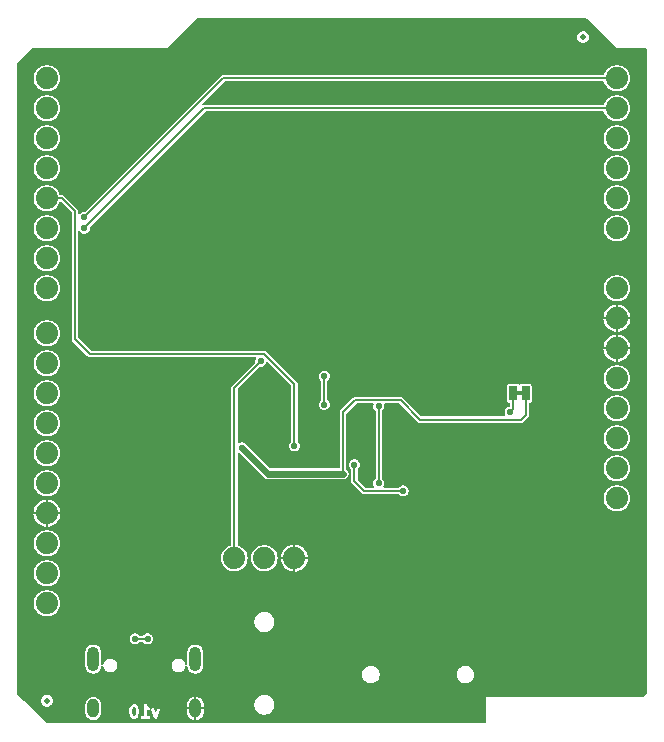
<source format=gbl>
%TF.GenerationSoftware,KiCad,Pcbnew,8.0.6*%
%TF.CreationDate,2024-11-21T20:47:18-07:00*%
%TF.ProjectId,SparkFun_Serial_MP3_Player_Shield_MY1690X,53706172-6b46-4756-9e5f-53657269616c,rev?*%
%TF.SameCoordinates,Original*%
%TF.FileFunction,Copper,L2,Bot*%
%TF.FilePolarity,Positive*%
%FSLAX46Y46*%
G04 Gerber Fmt 4.6, Leading zero omitted, Abs format (unit mm)*
G04 Created by KiCad (PCBNEW 8.0.6) date 2024-11-21 20:47:18*
%MOMM*%
%LPD*%
G01*
G04 APERTURE LIST*
%ADD10C,0.250000*%
%TA.AperFunction,EtchedComponent*%
%ADD11C,0.000000*%
%TD*%
%TA.AperFunction,ComponentPad*%
%ADD12C,1.879600*%
%TD*%
%TA.AperFunction,ComponentPad*%
%ADD13O,1.000000X1.600000*%
%TD*%
%TA.AperFunction,ComponentPad*%
%ADD14O,1.000000X2.100000*%
%TD*%
%TA.AperFunction,SMDPad,CuDef*%
%ADD15C,0.500000*%
%TD*%
%TA.AperFunction,SMDPad,CuDef*%
%ADD16R,0.660400X1.270000*%
%TD*%
%TA.AperFunction,ViaPad*%
%ADD17C,0.560000*%
%TD*%
%TA.AperFunction,Conductor*%
%ADD18C,0.177800*%
%TD*%
%TA.AperFunction,Conductor*%
%ADD19C,0.558800*%
%TD*%
%TA.AperFunction,Conductor*%
%ADD20C,0.152400*%
%TD*%
G04 APERTURE END LIST*
D10*
G36*
X10006668Y1352531D02*
G01*
X10025600Y1333598D01*
X10058010Y1268777D01*
X10098570Y1106540D01*
X10098570Y899223D01*
X10058010Y736987D01*
X10025599Y672164D01*
X10006668Y653232D01*
X9955967Y627881D01*
X9919746Y627881D01*
X9869044Y653232D01*
X9850112Y672164D01*
X9817701Y736985D01*
X9777142Y899223D01*
X9777142Y1106540D01*
X9817701Y1268778D01*
X9850111Y1333599D01*
X9869044Y1352531D01*
X9919746Y1377881D01*
X9955967Y1377881D01*
X10006668Y1352531D01*
G37*
G36*
X12234132Y252881D02*
G01*
X9402142Y252881D01*
X9402142Y1121929D01*
X9527142Y1121929D01*
X9527142Y883834D01*
X9527561Y879580D01*
X9527290Y877758D01*
X9528639Y868630D01*
X9529544Y859448D01*
X9530248Y857747D01*
X9530874Y853517D01*
X9578493Y663041D01*
X9579136Y661242D01*
X9579200Y660342D01*
X9583082Y650196D01*
X9586738Y639966D01*
X9587274Y639242D01*
X9587958Y637456D01*
X9635576Y542219D01*
X9642183Y531723D01*
X9643446Y528675D01*
X9646263Y525242D01*
X9648631Y521481D01*
X9651125Y519318D01*
X9658991Y509733D01*
X9706610Y462113D01*
X9716198Y454244D01*
X9718360Y451751D01*
X9722114Y449388D01*
X9725551Y446567D01*
X9728604Y445303D01*
X9739097Y438697D01*
X9834335Y391078D01*
X9857221Y382320D01*
X9861701Y382002D01*
X9865851Y380283D01*
X9890237Y377881D01*
X9985475Y377881D01*
X10009861Y380283D01*
X10014009Y382002D01*
X10018491Y382320D01*
X10041377Y391078D01*
X10136614Y438696D01*
X10147110Y445304D01*
X10150160Y446567D01*
X10153593Y449386D01*
X10157352Y451751D01*
X10159514Y454245D01*
X10169102Y462113D01*
X10216721Y509732D01*
X10224588Y519320D01*
X10227081Y521481D01*
X10229447Y525241D01*
X10231110Y527267D01*
X10481925Y527267D01*
X10481925Y478495D01*
X10500589Y433435D01*
X10535077Y398947D01*
X10580137Y380283D01*
X10604523Y377881D01*
X11175951Y377881D01*
X11200337Y380283D01*
X11245397Y398947D01*
X11279885Y433435D01*
X11298549Y478495D01*
X11298549Y527267D01*
X11279885Y572327D01*
X11245397Y606815D01*
X11200337Y625479D01*
X11175951Y627881D01*
X11015237Y627881D01*
X11015237Y1159010D01*
X11024811Y1152983D01*
X11120049Y1105364D01*
X11142935Y1096606D01*
X11191584Y1093149D01*
X11237855Y1108572D01*
X11274700Y1140528D01*
X11280075Y1151279D01*
X11385627Y1151279D01*
X11391567Y1127506D01*
X11629662Y460839D01*
X11640126Y438682D01*
X11644336Y434031D01*
X11647023Y428359D01*
X11660582Y416084D01*
X11672858Y402524D01*
X11678530Y399838D01*
X11683181Y395627D01*
X11700405Y389476D01*
X11716936Y381645D01*
X11723201Y381334D01*
X11729111Y379223D01*
X11747386Y380132D01*
X11765649Y379224D01*
X11771555Y381334D01*
X11777823Y381645D01*
X11794355Y389476D01*
X11811579Y395627D01*
X11816230Y399838D01*
X11821902Y402524D01*
X11834177Y416084D01*
X11847737Y428359D01*
X11850423Y434031D01*
X11854634Y438682D01*
X11865098Y460839D01*
X12103193Y1127506D01*
X12109132Y1151279D01*
X12106711Y1199991D01*
X12085832Y1244070D01*
X12049674Y1276802D01*
X12003744Y1293205D01*
X11955031Y1290784D01*
X11910953Y1269905D01*
X11878221Y1233747D01*
X11867757Y1211590D01*
X11747380Y874534D01*
X11627003Y1211590D01*
X11616539Y1233747D01*
X11583807Y1269905D01*
X11539728Y1290784D01*
X11491016Y1293206D01*
X11445086Y1276802D01*
X11408928Y1244070D01*
X11388049Y1199991D01*
X11385627Y1151279D01*
X11280075Y1151279D01*
X11296511Y1184151D01*
X11299969Y1232801D01*
X11284546Y1279071D01*
X11252590Y1315916D01*
X11231852Y1328971D01*
X11154756Y1367519D01*
X11082615Y1439660D01*
X10994243Y1572219D01*
X10994187Y1572287D01*
X10994171Y1572327D01*
X10994080Y1572418D01*
X10978718Y1591177D01*
X10968433Y1598065D01*
X10959683Y1606815D01*
X10948370Y1611501D01*
X10938194Y1618316D01*
X10926055Y1620744D01*
X10914623Y1625479D01*
X10902378Y1625479D01*
X10890367Y1627881D01*
X10878225Y1625479D01*
X10865851Y1625479D01*
X10854537Y1620794D01*
X10842522Y1618416D01*
X10832223Y1611551D01*
X10820791Y1606815D01*
X10812132Y1598156D01*
X10801941Y1591362D01*
X10795053Y1581078D01*
X10786303Y1572327D01*
X10781617Y1561015D01*
X10774802Y1550838D01*
X10772374Y1538700D01*
X10767639Y1527267D01*
X10765262Y1503138D01*
X10765237Y1503011D01*
X10765245Y1502968D01*
X10765237Y1502881D01*
X10765237Y627881D01*
X10604523Y627881D01*
X10580137Y625479D01*
X10535077Y606815D01*
X10500589Y572327D01*
X10481925Y527267D01*
X10231110Y527267D01*
X10232266Y528675D01*
X10233528Y531724D01*
X10240135Y542218D01*
X10287754Y637456D01*
X10288437Y639242D01*
X10288974Y639966D01*
X10292629Y650196D01*
X10296512Y660342D01*
X10296575Y661242D01*
X10297219Y663041D01*
X10344838Y853517D01*
X10345463Y857747D01*
X10346168Y859448D01*
X10347072Y868628D01*
X10348422Y877757D01*
X10348150Y879580D01*
X10348570Y883834D01*
X10348570Y1121929D01*
X10348150Y1126184D01*
X10348422Y1128006D01*
X10347072Y1137136D01*
X10346168Y1146315D01*
X10345463Y1148017D01*
X10344838Y1152246D01*
X10297219Y1342722D01*
X10296575Y1344522D01*
X10296512Y1345421D01*
X10292629Y1355568D01*
X10288974Y1365797D01*
X10288437Y1366522D01*
X10287754Y1368307D01*
X10240135Y1463545D01*
X10233528Y1474040D01*
X10232265Y1477090D01*
X10229446Y1480525D01*
X10227081Y1484282D01*
X10224589Y1486444D01*
X10216720Y1496032D01*
X10169101Y1543650D01*
X10159515Y1551517D01*
X10157352Y1554011D01*
X10153590Y1556380D01*
X10150159Y1559195D01*
X10147112Y1560457D01*
X10136614Y1567066D01*
X10041377Y1614684D01*
X10018491Y1623442D01*
X10014009Y1623761D01*
X10009861Y1625479D01*
X9985475Y1627881D01*
X9890237Y1627881D01*
X9865851Y1625479D01*
X9861701Y1623761D01*
X9857221Y1623442D01*
X9834335Y1614684D01*
X9739097Y1567065D01*
X9728602Y1560459D01*
X9725552Y1559195D01*
X9722117Y1556377D01*
X9718360Y1554011D01*
X9716198Y1551520D01*
X9706610Y1543650D01*
X9658992Y1496031D01*
X9651125Y1486446D01*
X9648631Y1484282D01*
X9646262Y1480521D01*
X9643447Y1477089D01*
X9642185Y1474043D01*
X9635576Y1463544D01*
X9587958Y1368307D01*
X9587274Y1366522D01*
X9586738Y1365797D01*
X9583082Y1355568D01*
X9579200Y1345421D01*
X9579136Y1344522D01*
X9578493Y1342722D01*
X9530874Y1152246D01*
X9530248Y1148017D01*
X9529544Y1146315D01*
X9528639Y1137134D01*
X9527290Y1128005D01*
X9527561Y1126184D01*
X9527142Y1121929D01*
X9402142Y1121929D01*
X9402142Y1752881D01*
X12234132Y1752881D01*
X12234132Y252881D01*
G37*
D11*
%TA.AperFunction,EtchedComponent*%
%TO.C,JP2*%
G36*
X42795000Y27790000D02*
G01*
X42295000Y27790000D01*
X42295000Y28090000D01*
X42795000Y28090000D01*
X42795000Y27790000D01*
G37*
%TD.AperFunction*%
%TD*%
D12*
%TO.P,J3,1,Pin_1*%
%TO.N,DAC_L*%
X18415000Y13970000D03*
%TO.P,J3,2,Pin_2*%
%TO.N,DAC_R*%
X20955000Y13970000D03*
%TO.P,J3,3,Pin_3*%
%TO.N,GND*%
X23495000Y13970000D03*
%TD*%
%TO.P,B1,3.3V,3.3V*%
%TO.N,unconnected-(B1-Pad3.3V)*%
X50800000Y26670000D03*
%TO.P,B1,5V,5V*%
%TO.N,5V*%
X50800000Y29210000D03*
%TO.P,B1,A0,A0*%
%TO.N,unconnected-(B1-PadA0)*%
X50800000Y41910000D03*
%TO.P,B1,A1,A1*%
%TO.N,unconnected-(B1-PadA1)*%
X50800000Y44450000D03*
%TO.P,B1,A2,A2*%
%TO.N,unconnected-(B1-PadA2)*%
X50800000Y46990000D03*
%TO.P,B1,A3,A3*%
%TO.N,unconnected-(B1-PadA3)*%
X50800000Y49530000D03*
%TO.P,B1,A4/SDA,A4/SDA*%
%TO.N,unconnected-(B1-PadA4{slash}SDA)*%
X2540000Y12700000D03*
X50800000Y52070000D03*
%TO.P,B1,A5/SCL,A5/SCL*%
%TO.N,unconnected-(B1-PadA5{slash}SCL)*%
X2540000Y10160000D03*
X50800000Y54610000D03*
%TO.P,B1,AREF,AREF*%
%TO.N,unconnected-(B1-PadAREF)*%
X2540000Y15240000D03*
%TO.P,B1,D0/TXO,D0/TXO*%
%TO.N,unconnected-(B1-PadD0{slash}TXO)*%
X2540000Y54610000D03*
%TO.P,B1,D1/RXI,D1/RXI*%
%TO.N,unconnected-(B1-PadD1{slash}RXI)*%
X2540000Y52070000D03*
%TO.P,B1,D2,D2*%
%TO.N,MY_TX*%
X2540000Y49530000D03*
%TO.P,B1,D3,\u002AD3*%
%TO.N,MY_RX*%
X2540000Y46990000D03*
%TO.P,B1,D4,D4*%
%TO.N,BUSY*%
X2540000Y44450000D03*
%TO.P,B1,D5,\u002AD5*%
%TO.N,unconnected-(B1-\u002AD5-PadD5)*%
X2540000Y41910000D03*
%TO.P,B1,D6,\u002AD6*%
%TO.N,unconnected-(B1-\u002AD6-PadD6)*%
X2540000Y39370000D03*
%TO.P,B1,D7,D7*%
%TO.N,unconnected-(B1-PadD7)*%
X2540000Y36830000D03*
%TO.P,B1,D8,D8*%
%TO.N,unconnected-(B1-PadD8)*%
X2540000Y33020000D03*
%TO.P,B1,D9,\u002AD9*%
%TO.N,unconnected-(B1-\u002AD9-PadD9)*%
X2540000Y30480000D03*
%TO.P,B1,D10,\u002AD10*%
%TO.N,unconnected-(B1-\u002AD10-PadD10)*%
X2540000Y27940000D03*
%TO.P,B1,D11,\u002AD11/PICO*%
%TO.N,unconnected-(B1-\u002AD11{slash}PICO-PadD11)*%
X2540000Y25400000D03*
%TO.P,B1,D12,D12/POCI*%
%TO.N,unconnected-(B1-D12{slash}POCI-PadD12)*%
X2540000Y22860000D03*
%TO.P,B1,D13,D13/SCK*%
%TO.N,unconnected-(B1-D13{slash}SCK-PadD13)*%
X2540000Y20320000D03*
%TO.P,B1,GND,GND*%
%TO.N,GND*%
X2540000Y17780000D03*
X50800000Y34290000D03*
X50800000Y31750000D03*
%TO.P,B1,IOREF,IOREF*%
%TO.N,unconnected-(B1-PadIOREF)*%
X50800000Y21590000D03*
%TO.P,B1,NC,NC*%
%TO.N,unconnected-(B1-PadNC)*%
X50800000Y19050000D03*
%TO.P,B1,VIN,VIN*%
%TO.N,unconnected-(B1-PadVIN)*%
X50800000Y36830000D03*
%TO.P,B1,~{RESET},~{RESET}*%
%TO.N,Net-(B1-Pad~{RESET})*%
X50800000Y24130000D03*
%TD*%
D13*
%TO.P,J4,S,SHIELD*%
%TO.N,GND*%
X15113000Y1255000D03*
D14*
%TO.P,J4,NC3,NC*%
%TO.N,unconnected-(J4-NC-PadNC3)*%
X15113000Y5435000D03*
%TO.P,J4,NC2,NC*%
%TO.N,unconnected-(J4-NC-PadNC2)*%
X6477000Y5435000D03*
D13*
%TO.P,J4,NC1,NC*%
%TO.N,unconnected-(J4-NC-PadNC1)*%
X6477000Y1255000D03*
%TD*%
D15*
%TO.P,FID2,*%
%TO.N,*%
X2540000Y1905000D03*
%TD*%
%TO.P,FID1,*%
%TO.N,*%
X47942500Y58102500D03*
%TD*%
D16*
%TO.P,JP2,1,A*%
%TO.N,Net-(JP2-A)*%
X42024300Y27940000D03*
%TO.P,JP2,2,B*%
%TO.N,3.3V_P*%
X43065700Y27940000D03*
%TD*%
D17*
%TO.N,GND*%
X7620000Y7302500D03*
X27305000Y16510000D03*
X6985000Y11112500D03*
X19685000Y3175000D03*
X24447500Y22860000D03*
X28257500Y33020000D03*
X51435000Y13017500D03*
X37147500Y17462500D03*
X40322500Y29845000D03*
X14922500Y11112500D03*
X32702500Y22860000D03*
X24765000Y32067500D03*
X13970000Y7302500D03*
X24765000Y26987500D03*
X20637500Y33020000D03*
X37147500Y20002500D03*
X31750000Y16510000D03*
X31750000Y13017500D03*
%TO.N,3.3V_P*%
X19050000Y23336250D03*
X27622500Y21113750D03*
%TO.N,unconnected-(B1-PadA5{slash}SCL)*%
X5715000Y42862500D03*
%TO.N,unconnected-(B1-PadA4{slash}SDA)*%
X5715000Y41910000D03*
%TO.N,BUSY*%
X23495000Y23495000D03*
%TO.N,5V*%
X26035000Y29368750D03*
X26035000Y26987500D03*
%TO.N,DAC_L*%
X20637500Y30638750D03*
%TO.N,Net-(U2-DM)*%
X10001250Y7143750D03*
X11066300Y7143750D03*
%TO.N,SD_CLK*%
X32702500Y19685000D03*
X28575000Y21907500D03*
%TO.N,SD_DAT*%
X30638750Y26828750D03*
X30638750Y20320000D03*
%TO.N,Net-(JP2-A)*%
X41751250Y26352500D03*
%TD*%
D18*
%TO.N,3.3V_P*%
X27622500Y26352500D02*
X27622500Y21113750D01*
X28620050Y27350050D02*
X27622500Y26352500D01*
X34131250Y25717500D02*
X32498700Y27350050D01*
X43065700Y26079450D02*
X42703750Y25717500D01*
X32498700Y27350050D02*
X28620050Y27350050D01*
X43065700Y27940000D02*
X43065700Y26079450D01*
D19*
X21272500Y21113750D02*
X19050000Y23336250D01*
D18*
X42703750Y25717500D02*
X34131250Y25717500D01*
D19*
X27622500Y21113750D02*
X21272500Y21113750D01*
D18*
%TO.N,unconnected-(B1-PadA5{slash}SCL)*%
X5715000Y42862500D02*
X17462500Y54610000D01*
X17462500Y54610000D02*
X50800000Y54610000D01*
%TO.N,unconnected-(B1-PadA4{slash}SDA)*%
X5715000Y41910000D02*
X15875000Y52070000D01*
X15875000Y52070000D02*
X50800000Y52070000D01*
%TO.N,BUSY*%
X4921250Y32543750D02*
X4921250Y43338750D01*
X4921250Y43338750D02*
X3810000Y44450000D01*
X23495000Y23495000D02*
X23495000Y28733750D01*
X6191250Y31273750D02*
X4921250Y32543750D01*
X23495000Y28733750D02*
X20955000Y31273750D01*
X20955000Y31273750D02*
X6191250Y31273750D01*
X3810000Y44450000D02*
X2540000Y44450000D01*
D20*
%TO.N,5V*%
X26035000Y29368750D02*
X26035000Y26987500D01*
D18*
%TO.N,DAC_L*%
X18415000Y28416250D02*
X20637500Y30638750D01*
X18415000Y13970000D02*
X18415000Y28416250D01*
%TO.N,Net-(U2-DM)*%
X10001250Y7143750D02*
X11066300Y7143750D01*
%TO.N,SD_CLK*%
X29368750Y19685000D02*
X32702500Y19685000D01*
X28575000Y20478750D02*
X29368750Y19685000D01*
X28575000Y21907500D02*
X28575000Y20478750D01*
%TO.N,SD_DAT*%
X30638750Y20320000D02*
X30638750Y26828750D01*
%TO.N,Net-(JP2-A)*%
X41751250Y26352500D02*
X42024300Y26625550D01*
X42024300Y26625550D02*
X42024300Y27940000D01*
%TD*%
%TA.AperFunction,Conductor*%
%TO.N,GND*%
G36*
X48280091Y59669435D02*
G01*
X48285745Y59664255D01*
X50800000Y57150000D01*
X53252100Y57150000D01*
X53308601Y57129435D01*
X53338665Y57077364D01*
X53340000Y57062100D01*
X53340000Y2576410D01*
X53319435Y2519909D01*
X53314255Y2514255D01*
X53048245Y2248245D01*
X52993751Y2222834D01*
X52986090Y2222500D01*
X39687500Y2222500D01*
X39687500Y2222499D01*
X39687500Y87900D01*
X39666935Y31399D01*
X39614864Y1335D01*
X39599600Y0D01*
X2576410Y0D01*
X2519909Y20565D01*
X2514255Y25745D01*
X634996Y1905004D01*
X2034353Y1905004D01*
X2034353Y1904997D01*
X2054833Y1762550D01*
X2054834Y1762545D01*
X2054835Y1762543D01*
X2114623Y1631627D01*
X2208872Y1522857D01*
X2329947Y1445047D01*
X2468039Y1404500D01*
X2468040Y1404500D01*
X2611960Y1404500D01*
X2611961Y1404500D01*
X2750053Y1445047D01*
X2871128Y1522857D01*
X2956868Y1621807D01*
X5798700Y1621807D01*
X5798700Y888193D01*
X5805172Y855656D01*
X5824765Y757151D01*
X5824768Y757143D01*
X5875895Y633710D01*
X5875895Y633708D01*
X5949109Y524137D01*
X5950130Y522609D01*
X6044609Y428130D01*
X6155704Y353898D01*
X6155706Y353897D01*
X6155708Y353896D01*
X6279142Y302769D01*
X6279150Y302766D01*
X6345116Y289645D01*
X6410193Y276700D01*
X6410195Y276700D01*
X6543805Y276700D01*
X6543807Y276700D01*
X6630380Y293921D01*
X6674849Y302766D01*
X6674850Y302767D01*
X6674853Y302767D01*
X6798291Y353896D01*
X6798292Y353896D01*
X6798293Y353897D01*
X6798296Y353898D01*
X6824558Y371446D01*
X9519898Y371446D01*
X9519899Y371446D01*
X12116548Y371446D01*
X12116549Y371446D01*
X12116549Y1624258D01*
X14409800Y1624258D01*
X14409800Y1343901D01*
X14409801Y1343900D01*
X14813000Y1343900D01*
X14813000Y1166100D01*
X14409801Y1166100D01*
X14409800Y1166099D01*
X14409800Y885743D01*
X14436821Y749893D01*
X14436824Y749885D01*
X14489835Y621907D01*
X14566785Y506741D01*
X14664740Y408786D01*
X14779906Y331836D01*
X14907884Y278825D01*
X14907890Y278823D01*
X15024099Y255707D01*
X15024100Y255707D01*
X15024100Y668238D01*
X15073504Y655000D01*
X15152496Y655000D01*
X15201900Y668238D01*
X15201900Y255707D01*
X15318109Y278823D01*
X15318115Y278825D01*
X15446093Y331836D01*
X15561259Y408786D01*
X15659214Y506741D01*
X15736164Y621907D01*
X15789175Y749885D01*
X15789178Y749893D01*
X15816200Y885743D01*
X15816200Y1166099D01*
X15816199Y1166100D01*
X15413000Y1166100D01*
X15413000Y1343900D01*
X15816199Y1343900D01*
X15816200Y1343901D01*
X15816200Y1624258D01*
X15808341Y1663766D01*
X20104500Y1663766D01*
X20104500Y1496235D01*
X20137181Y1331927D01*
X20137183Y1331921D01*
X20137184Y1331918D01*
X20201297Y1177137D01*
X20294374Y1037838D01*
X20412838Y919374D01*
X20552137Y826297D01*
X20706918Y762184D01*
X20706923Y762183D01*
X20706926Y762182D01*
X20790190Y745621D01*
X20871233Y729500D01*
X20871235Y729500D01*
X21038765Y729500D01*
X21038767Y729500D01*
X21146339Y750898D01*
X21203073Y762182D01*
X21203074Y762183D01*
X21203082Y762184D01*
X21357863Y826297D01*
X21497162Y919374D01*
X21615626Y1037838D01*
X21708703Y1177137D01*
X21772816Y1331918D01*
X21775200Y1343900D01*
X21787254Y1404502D01*
X21805500Y1496233D01*
X21805500Y1663767D01*
X21790495Y1739205D01*
X21772818Y1828074D01*
X21772817Y1828077D01*
X21772816Y1828082D01*
X21708703Y1982863D01*
X21615626Y2122162D01*
X21497162Y2240626D01*
X21357863Y2333703D01*
X21203082Y2397816D01*
X21203079Y2397817D01*
X21203073Y2397819D01*
X21079424Y2422413D01*
X21038767Y2430500D01*
X20871233Y2430500D01*
X20835052Y2423304D01*
X20706926Y2397819D01*
X20706918Y2397816D01*
X20552137Y2333703D01*
X20412840Y2240628D01*
X20294372Y2122160D01*
X20201297Y1982863D01*
X20137184Y1828082D01*
X20137181Y1828074D01*
X20104500Y1663766D01*
X15808341Y1663766D01*
X15789178Y1760108D01*
X15789175Y1760116D01*
X15736164Y1888094D01*
X15659214Y2003260D01*
X15561259Y2101215D01*
X15446093Y2178165D01*
X15318122Y2231173D01*
X15318113Y2231176D01*
X15201900Y2254294D01*
X15201900Y1841763D01*
X15152496Y1855000D01*
X15073504Y1855000D01*
X15024100Y1841763D01*
X15024100Y2254294D01*
X14907886Y2231176D01*
X14907877Y2231173D01*
X14779906Y2178165D01*
X14664740Y2101215D01*
X14566785Y2003260D01*
X14489835Y1888094D01*
X14436824Y1760116D01*
X14436821Y1760108D01*
X14409800Y1624258D01*
X12116549Y1624258D01*
X12116549Y1635235D01*
X9519898Y1635235D01*
X9519898Y371446D01*
X6824558Y371446D01*
X6909391Y428130D01*
X7003870Y522609D01*
X7078102Y633704D01*
X7129233Y757147D01*
X7155300Y888193D01*
X7155300Y1621807D01*
X7129233Y1752853D01*
X7078104Y1876292D01*
X7078104Y1876293D01*
X7058920Y1905004D01*
X7003870Y1987391D01*
X6909391Y2081870D01*
X6798296Y2156102D01*
X6798294Y2156103D01*
X6798291Y2156105D01*
X6674857Y2207232D01*
X6674849Y2207235D01*
X6576344Y2226828D01*
X6543807Y2233300D01*
X6410193Y2233300D01*
X6381249Y2227543D01*
X6279150Y2207235D01*
X6279142Y2207232D01*
X6155709Y2156105D01*
X6155707Y2156105D01*
X6044611Y2081872D01*
X5950128Y1987389D01*
X5875895Y1876293D01*
X5875895Y1876291D01*
X5824768Y1752858D01*
X5824765Y1752850D01*
X5807046Y1663767D01*
X5798700Y1621807D01*
X2956868Y1621807D01*
X2965377Y1631627D01*
X3025165Y1762543D01*
X3038458Y1855000D01*
X3045647Y1904997D01*
X3045647Y1905004D01*
X3025166Y2047451D01*
X3025165Y2047452D01*
X3025165Y2047457D01*
X2965377Y2178373D01*
X2871128Y2287143D01*
X2871126Y2287144D01*
X2871124Y2287146D01*
X2750054Y2364953D01*
X2750050Y2364954D01*
X2611967Y2405499D01*
X2611961Y2405500D01*
X2468039Y2405500D01*
X2468038Y2405500D01*
X2468032Y2405499D01*
X2329949Y2364954D01*
X2329945Y2364953D01*
X2208875Y2287146D01*
X2208870Y2287142D01*
X2114622Y2178372D01*
X2054835Y2047457D01*
X2054833Y2047451D01*
X2034353Y1905004D01*
X634996Y1905004D01*
X25745Y2514255D01*
X334Y2568749D01*
X0Y2576410D01*
X0Y4201417D01*
X29224500Y4201417D01*
X29224500Y4053584D01*
X29253340Y3908591D01*
X29253342Y3908587D01*
X29309914Y3772007D01*
X29309916Y3772004D01*
X29392045Y3649089D01*
X29392046Y3649088D01*
X29392049Y3649084D01*
X29496584Y3544549D01*
X29496587Y3544547D01*
X29496588Y3544546D01*
X29619503Y3462417D01*
X29619506Y3462415D01*
X29687796Y3434129D01*
X29756087Y3405842D01*
X29756088Y3405842D01*
X29756090Y3405841D01*
X29829076Y3391324D01*
X29901082Y3377000D01*
X29901084Y3377000D01*
X30048916Y3377000D01*
X30048918Y3377000D01*
X30144708Y3396055D01*
X30193909Y3405841D01*
X30193909Y3405842D01*
X30193913Y3405842D01*
X30330495Y3462416D01*
X30453416Y3544549D01*
X30557951Y3649084D01*
X30640084Y3772005D01*
X30696658Y3908587D01*
X30725500Y4053582D01*
X30725500Y4201417D01*
X37224500Y4201417D01*
X37224500Y4053584D01*
X37253340Y3908591D01*
X37253342Y3908587D01*
X37309914Y3772007D01*
X37309916Y3772004D01*
X37392045Y3649089D01*
X37392046Y3649088D01*
X37392049Y3649084D01*
X37496584Y3544549D01*
X37496587Y3544547D01*
X37496588Y3544546D01*
X37619503Y3462417D01*
X37619506Y3462415D01*
X37687796Y3434129D01*
X37756087Y3405842D01*
X37756088Y3405842D01*
X37756090Y3405841D01*
X37829076Y3391324D01*
X37901082Y3377000D01*
X37901084Y3377000D01*
X38048916Y3377000D01*
X38048918Y3377000D01*
X38144708Y3396055D01*
X38193909Y3405841D01*
X38193909Y3405842D01*
X38193913Y3405842D01*
X38330495Y3462416D01*
X38453416Y3544549D01*
X38557951Y3649084D01*
X38640084Y3772005D01*
X38696658Y3908587D01*
X38725500Y4053582D01*
X38725500Y4201418D01*
X38709093Y4283898D01*
X38696659Y4346410D01*
X38696658Y4346412D01*
X38696658Y4346413D01*
X38656036Y4444484D01*
X38640085Y4482994D01*
X38640083Y4482997D01*
X38557954Y4605912D01*
X38557953Y4605913D01*
X38557951Y4605916D01*
X38453416Y4710451D01*
X38453412Y4710454D01*
X38453411Y4710455D01*
X38330496Y4792584D01*
X38330493Y4792586D01*
X38193913Y4849158D01*
X38193909Y4849160D01*
X38084919Y4870839D01*
X38048918Y4878000D01*
X37901082Y4878000D01*
X37869056Y4871630D01*
X37756090Y4849160D01*
X37756086Y4849158D01*
X37619506Y4792586D01*
X37619503Y4792584D01*
X37496588Y4710455D01*
X37392045Y4605912D01*
X37309916Y4482997D01*
X37309914Y4482994D01*
X37253342Y4346414D01*
X37253340Y4346410D01*
X37224500Y4201417D01*
X30725500Y4201417D01*
X30725500Y4201418D01*
X30709093Y4283898D01*
X30696659Y4346410D01*
X30696658Y4346412D01*
X30696658Y4346413D01*
X30656036Y4444484D01*
X30640085Y4482994D01*
X30640083Y4482997D01*
X30557954Y4605912D01*
X30557953Y4605913D01*
X30557951Y4605916D01*
X30453416Y4710451D01*
X30453412Y4710454D01*
X30453411Y4710455D01*
X30330496Y4792584D01*
X30330493Y4792586D01*
X30193913Y4849158D01*
X30193909Y4849160D01*
X30084919Y4870839D01*
X30048918Y4878000D01*
X29901082Y4878000D01*
X29869056Y4871630D01*
X29756090Y4849160D01*
X29756086Y4849158D01*
X29619506Y4792586D01*
X29619503Y4792584D01*
X29496588Y4710455D01*
X29392045Y4605912D01*
X29309916Y4482997D01*
X29309914Y4482994D01*
X29253342Y4346414D01*
X29253340Y4346410D01*
X29224500Y4201417D01*
X0Y4201417D01*
X0Y6051806D01*
X5798700Y6051806D01*
X5798700Y4818195D01*
X5824765Y4687151D01*
X5824768Y4687143D01*
X5875895Y4563710D01*
X5875895Y4563708D01*
X5929827Y4482994D01*
X5950130Y4452609D01*
X6044609Y4358130D01*
X6155704Y4283898D01*
X6155706Y4283897D01*
X6155708Y4283896D01*
X6279142Y4232769D01*
X6279150Y4232766D01*
X6345116Y4219645D01*
X6410193Y4206700D01*
X6410195Y4206700D01*
X6543805Y4206700D01*
X6543807Y4206700D01*
X6630380Y4223921D01*
X6674849Y4232766D01*
X6674850Y4232767D01*
X6674853Y4232767D01*
X6798291Y4283896D01*
X6798292Y4283896D01*
X6798293Y4283897D01*
X6798296Y4283898D01*
X6909391Y4358130D01*
X7003870Y4452609D01*
X7078102Y4563704D01*
X7129233Y4687147D01*
X7155300Y4818193D01*
X7155300Y4818204D01*
X7155578Y4821022D01*
X7156063Y4822036D01*
X7156142Y4822428D01*
X7156242Y4822408D01*
X7181576Y4875238D01*
X7236342Y4900057D01*
X7294248Y4883868D01*
X7327850Y4834757D01*
X7328009Y4834799D01*
X7328129Y4834348D01*
X7328201Y4834244D01*
X7328315Y4833654D01*
X7368718Y4682867D01*
X7437514Y4563708D01*
X7444485Y4551635D01*
X7551635Y4444485D01*
X7682865Y4368719D01*
X7829234Y4329500D01*
X7980765Y4329500D01*
X7980766Y4329500D01*
X8127135Y4368719D01*
X8258365Y4444485D01*
X8365515Y4551635D01*
X8441281Y4682865D01*
X8480500Y4829234D01*
X8480500Y4980766D01*
X13109500Y4980766D01*
X13109500Y4829234D01*
X13119320Y4792586D01*
X13148718Y4682867D01*
X13217514Y4563708D01*
X13224485Y4551635D01*
X13331635Y4444485D01*
X13462865Y4368719D01*
X13609234Y4329500D01*
X13760765Y4329500D01*
X13760766Y4329500D01*
X13907135Y4368719D01*
X14038365Y4444485D01*
X14145515Y4551635D01*
X14221281Y4682865D01*
X14260500Y4829234D01*
X14260500Y4829235D01*
X14261991Y4834799D01*
X14265051Y4833979D01*
X14287550Y4877212D01*
X14343097Y4900230D01*
X14400444Y4882157D01*
X14432758Y4831451D01*
X14434420Y4821034D01*
X14434699Y4818198D01*
X14460765Y4687151D01*
X14460768Y4687143D01*
X14511895Y4563710D01*
X14511895Y4563708D01*
X14565827Y4482994D01*
X14586130Y4452609D01*
X14680609Y4358130D01*
X14791704Y4283898D01*
X14791706Y4283897D01*
X14791708Y4283896D01*
X14915142Y4232769D01*
X14915150Y4232766D01*
X14981116Y4219645D01*
X15046193Y4206700D01*
X15046195Y4206700D01*
X15179805Y4206700D01*
X15179807Y4206700D01*
X15266380Y4223921D01*
X15310849Y4232766D01*
X15310850Y4232767D01*
X15310853Y4232767D01*
X15434291Y4283896D01*
X15434292Y4283896D01*
X15434293Y4283897D01*
X15434296Y4283898D01*
X15545391Y4358130D01*
X15639870Y4452609D01*
X15714102Y4563704D01*
X15765233Y4687147D01*
X15791300Y4818193D01*
X15791300Y6051807D01*
X15765233Y6182853D01*
X15714104Y6306292D01*
X15714104Y6306293D01*
X15639871Y6417389D01*
X15639870Y6417391D01*
X15545391Y6511870D01*
X15434296Y6586102D01*
X15434294Y6586103D01*
X15434291Y6586105D01*
X15310857Y6637232D01*
X15310849Y6637235D01*
X15212344Y6656828D01*
X15179807Y6663300D01*
X15046193Y6663300D01*
X15017249Y6657543D01*
X14915150Y6637235D01*
X14915142Y6637232D01*
X14791709Y6586105D01*
X14791707Y6586105D01*
X14680611Y6511872D01*
X14586128Y6417389D01*
X14511895Y6306293D01*
X14511895Y6306291D01*
X14460768Y6182858D01*
X14460765Y6182850D01*
X14434700Y6051806D01*
X14434700Y4998310D01*
X14414135Y4941809D01*
X14362064Y4911745D01*
X14302850Y4922186D01*
X14264201Y4968246D01*
X14261895Y4975560D01*
X14221281Y5127134D01*
X14221281Y5127135D01*
X14145515Y5258365D01*
X14038365Y5365515D01*
X13907135Y5441281D01*
X13907134Y5441282D01*
X13907133Y5441282D01*
X13760766Y5480500D01*
X13609234Y5480500D01*
X13462866Y5441282D01*
X13331637Y5365517D01*
X13224483Y5258363D01*
X13148718Y5127134D01*
X13114201Y4998310D01*
X13109500Y4980766D01*
X8480500Y4980766D01*
X8441281Y5127135D01*
X8365515Y5258365D01*
X8258365Y5365515D01*
X8127135Y5441281D01*
X8127134Y5441282D01*
X8127133Y5441282D01*
X7980766Y5480500D01*
X7829234Y5480500D01*
X7682866Y5441282D01*
X7551637Y5365517D01*
X7444483Y5258363D01*
X7368718Y5127134D01*
X7328105Y4975560D01*
X7293618Y4926307D01*
X7235539Y4910744D01*
X7181046Y4936155D01*
X7155635Y4990649D01*
X7155300Y4998310D01*
X7155300Y6051806D01*
X7129234Y6182850D01*
X7129231Y6182858D01*
X7078104Y6306291D01*
X7078104Y6306293D01*
X7003871Y6417389D01*
X7003870Y6417391D01*
X6909391Y6511870D01*
X6798296Y6586102D01*
X6798294Y6586103D01*
X6798291Y6586105D01*
X6674857Y6637232D01*
X6674849Y6637235D01*
X6576344Y6656828D01*
X6543807Y6663300D01*
X6410193Y6663300D01*
X6381249Y6657543D01*
X6279150Y6637235D01*
X6279142Y6637232D01*
X6155709Y6586105D01*
X6155707Y6586105D01*
X6044611Y6511872D01*
X5950128Y6417389D01*
X5875895Y6306293D01*
X5875895Y6306291D01*
X5824768Y6182858D01*
X5824765Y6182850D01*
X5798700Y6051806D01*
X0Y6051806D01*
X0Y7143754D01*
X9538237Y7143754D01*
X9538237Y7143747D01*
X9556990Y7013311D01*
X9556992Y7013305D01*
X9611739Y6893425D01*
X9652650Y6846212D01*
X9698041Y6793828D01*
X9698043Y6793827D01*
X9698044Y6793826D01*
X9808903Y6722581D01*
X9808904Y6722581D01*
X9808907Y6722579D01*
X9895032Y6697291D01*
X9935351Y6685451D01*
X9935354Y6685451D01*
X9935356Y6685450D01*
X9935357Y6685450D01*
X10067143Y6685450D01*
X10067144Y6685450D01*
X10067146Y6685451D01*
X10067148Y6685451D01*
X10082177Y6689865D01*
X10193593Y6722579D01*
X10304459Y6793828D01*
X10349850Y6846212D01*
X10402392Y6875446D01*
X10416280Y6876550D01*
X10651270Y6876550D01*
X10707771Y6855985D01*
X10717700Y6846212D01*
X10763091Y6793828D01*
X10763093Y6793827D01*
X10763094Y6793826D01*
X10873953Y6722581D01*
X10873954Y6722581D01*
X10873957Y6722579D01*
X10960082Y6697291D01*
X11000401Y6685451D01*
X11000404Y6685451D01*
X11000406Y6685450D01*
X11000407Y6685450D01*
X11132193Y6685450D01*
X11132194Y6685450D01*
X11132196Y6685451D01*
X11132198Y6685451D01*
X11147227Y6689865D01*
X11258643Y6722579D01*
X11369509Y6793828D01*
X11455811Y6893426D01*
X11510558Y7013304D01*
X11529313Y7143750D01*
X11529313Y7143754D01*
X11510559Y7274190D01*
X11510558Y7274191D01*
X11510558Y7274196D01*
X11455811Y7394074D01*
X11455810Y7394075D01*
X11455810Y7394076D01*
X11412660Y7443873D01*
X11369509Y7493672D01*
X11369506Y7493674D01*
X11369505Y7493675D01*
X11258646Y7564920D01*
X11258643Y7564921D01*
X11233353Y7572347D01*
X11132198Y7602050D01*
X11132194Y7602050D01*
X11000406Y7602050D01*
X11000401Y7602050D01*
X10873957Y7564921D01*
X10873953Y7564920D01*
X10763094Y7493675D01*
X10763089Y7493670D01*
X10717700Y7441288D01*
X10665158Y7412054D01*
X10651270Y7410950D01*
X10416280Y7410950D01*
X10359779Y7431515D01*
X10349850Y7441288D01*
X10348707Y7442607D01*
X10304459Y7493672D01*
X10304456Y7493674D01*
X10304455Y7493675D01*
X10193596Y7564920D01*
X10193593Y7564921D01*
X10168303Y7572347D01*
X10067148Y7602050D01*
X10067144Y7602050D01*
X9935356Y7602050D01*
X9935351Y7602050D01*
X9808907Y7564921D01*
X9808903Y7564920D01*
X9698044Y7493675D01*
X9698039Y7493670D01*
X9611739Y7394076D01*
X9556992Y7274196D01*
X9556990Y7274190D01*
X9538237Y7143754D01*
X0Y7143754D01*
X0Y8663766D01*
X20104500Y8663766D01*
X20104500Y8496235D01*
X20137181Y8331927D01*
X20137183Y8331921D01*
X20137184Y8331918D01*
X20201297Y8177137D01*
X20294374Y8037838D01*
X20412838Y7919374D01*
X20552137Y7826297D01*
X20706918Y7762184D01*
X20706923Y7762183D01*
X20706926Y7762182D01*
X20790190Y7745621D01*
X20871233Y7729500D01*
X20871235Y7729500D01*
X21038765Y7729500D01*
X21038767Y7729500D01*
X21146339Y7750898D01*
X21203073Y7762182D01*
X21203074Y7762183D01*
X21203082Y7762184D01*
X21357863Y7826297D01*
X21497162Y7919374D01*
X21615626Y8037838D01*
X21708703Y8177137D01*
X21772816Y8331918D01*
X21805500Y8496233D01*
X21805500Y8663767D01*
X21772816Y8828082D01*
X21708703Y8982863D01*
X21615626Y9122162D01*
X21497162Y9240626D01*
X21357863Y9333703D01*
X21203082Y9397816D01*
X21203079Y9397817D01*
X21203073Y9397819D01*
X21079424Y9422413D01*
X21038767Y9430500D01*
X20871233Y9430500D01*
X20835052Y9423304D01*
X20706926Y9397819D01*
X20706918Y9397816D01*
X20552137Y9333703D01*
X20412840Y9240628D01*
X20294372Y9122160D01*
X20201297Y8982863D01*
X20137184Y8828082D01*
X20137181Y8828074D01*
X20104500Y8663766D01*
X0Y8663766D01*
X0Y10160001D01*
X1417110Y10160001D01*
X1417110Y10160000D01*
X1436229Y9953667D01*
X1436229Y9953666D01*
X1492934Y9754372D01*
X1492936Y9754365D01*
X1585300Y9568875D01*
X1710174Y9403514D01*
X1786753Y9333703D01*
X1863305Y9263916D01*
X1863308Y9263914D01*
X2039485Y9154830D01*
X2232707Y9079976D01*
X2232711Y9079976D01*
X2232715Y9079974D01*
X2341601Y9059620D01*
X2436393Y9041900D01*
X2436394Y9041900D01*
X2643606Y9041900D01*
X2643607Y9041900D01*
X2778741Y9067162D01*
X2847284Y9079974D01*
X2847286Y9079975D01*
X2847293Y9079976D01*
X3040515Y9154830D01*
X3216692Y9263914D01*
X3369826Y9403514D01*
X3494700Y9568875D01*
X3587064Y9754365D01*
X3643771Y9953670D01*
X3662890Y10160000D01*
X3643771Y10366330D01*
X3587064Y10565635D01*
X3494700Y10751125D01*
X3369826Y10916486D01*
X3285837Y10993052D01*
X3216694Y11056085D01*
X3216685Y11056091D01*
X3040517Y11165169D01*
X3040511Y11165172D01*
X2847296Y11240023D01*
X2847284Y11240027D01*
X2643609Y11278100D01*
X2643607Y11278100D01*
X2436393Y11278100D01*
X2436390Y11278100D01*
X2232715Y11240027D01*
X2232703Y11240023D01*
X2039488Y11165172D01*
X2039482Y11165169D01*
X1863314Y11056091D01*
X1863305Y11056085D01*
X1710173Y10916485D01*
X1585302Y10751129D01*
X1492936Y10565634D01*
X1492934Y10565629D01*
X1436229Y10366335D01*
X1436229Y10366334D01*
X1417110Y10160001D01*
X0Y10160001D01*
X0Y12700001D01*
X1417110Y12700001D01*
X1417110Y12700000D01*
X1436229Y12493667D01*
X1436229Y12493666D01*
X1492934Y12294372D01*
X1492936Y12294365D01*
X1585300Y12108875D01*
X1710174Y11943514D01*
X1801584Y11860182D01*
X1863305Y11803916D01*
X1863308Y11803914D01*
X2039485Y11694830D01*
X2232707Y11619976D01*
X2232711Y11619976D01*
X2232715Y11619974D01*
X2341601Y11599620D01*
X2436393Y11581900D01*
X2436394Y11581900D01*
X2643606Y11581900D01*
X2643607Y11581900D01*
X2778741Y11607162D01*
X2847284Y11619974D01*
X2847286Y11619975D01*
X2847293Y11619976D01*
X3040515Y11694830D01*
X3216692Y11803914D01*
X3369826Y11943514D01*
X3494700Y12108875D01*
X3587064Y12294365D01*
X3643771Y12493670D01*
X3662890Y12700000D01*
X3643771Y12906330D01*
X3587064Y13105635D01*
X3494700Y13291125D01*
X3369826Y13456486D01*
X3261393Y13555336D01*
X3216694Y13596085D01*
X3216685Y13596091D01*
X3040517Y13705169D01*
X3040511Y13705172D01*
X2847296Y13780023D01*
X2847284Y13780027D01*
X2643609Y13818100D01*
X2643607Y13818100D01*
X2436393Y13818100D01*
X2436390Y13818100D01*
X2232715Y13780027D01*
X2232703Y13780023D01*
X2039488Y13705172D01*
X2039482Y13705169D01*
X1863314Y13596091D01*
X1863305Y13596085D01*
X1710173Y13456485D01*
X1585302Y13291129D01*
X1492936Y13105634D01*
X1492934Y13105629D01*
X1436229Y12906335D01*
X1436229Y12906334D01*
X1417110Y12700001D01*
X0Y12700001D01*
X0Y15240001D01*
X1417110Y15240001D01*
X1417110Y15240000D01*
X1436229Y15033667D01*
X1436229Y15033666D01*
X1483911Y14866085D01*
X1492936Y14834365D01*
X1585300Y14648875D01*
X1710174Y14483514D01*
X1754198Y14443381D01*
X1863305Y14343916D01*
X1863308Y14343914D01*
X2039485Y14234830D01*
X2232707Y14159976D01*
X2232711Y14159976D01*
X2232715Y14159974D01*
X2341601Y14139620D01*
X2436393Y14121900D01*
X2436394Y14121900D01*
X2643606Y14121900D01*
X2643607Y14121900D01*
X2778741Y14147162D01*
X2847284Y14159974D01*
X2847286Y14159975D01*
X2847293Y14159976D01*
X3040515Y14234830D01*
X3216692Y14343914D01*
X3369826Y14483514D01*
X3494700Y14648875D01*
X3587064Y14834365D01*
X3643771Y15033670D01*
X3662890Y15240000D01*
X3643771Y15446330D01*
X3587064Y15645635D01*
X3494700Y15831125D01*
X3369826Y15996486D01*
X3285837Y16073052D01*
X3216694Y16136085D01*
X3216685Y16136091D01*
X3040517Y16245169D01*
X3040511Y16245172D01*
X2847296Y16320023D01*
X2847284Y16320027D01*
X2643609Y16358100D01*
X2643607Y16358100D01*
X2436393Y16358100D01*
X2436390Y16358100D01*
X2232715Y16320027D01*
X2232703Y16320023D01*
X2039488Y16245172D01*
X2039482Y16245169D01*
X1863314Y16136091D01*
X1863305Y16136085D01*
X1710173Y15996485D01*
X1585302Y15831129D01*
X1492936Y15645634D01*
X1492934Y15645629D01*
X1436229Y15446335D01*
X1436229Y15446334D01*
X1417110Y15240001D01*
X0Y15240001D01*
X0Y17868901D01*
X1400340Y17868901D01*
X1400341Y17868900D01*
X2037900Y17868900D01*
X2032000Y17846880D01*
X2032000Y17713120D01*
X2037900Y17691100D01*
X1400341Y17691100D01*
X1411648Y17569071D01*
X1411648Y17569070D01*
X1469616Y17365336D01*
X1564039Y17175709D01*
X1691691Y17006671D01*
X1691695Y17006667D01*
X1848235Y16863960D01*
X1848244Y16863954D01*
X2028333Y16752448D01*
X2028347Y16752442D01*
X2225859Y16675925D01*
X2225873Y16675921D01*
X2434080Y16637001D01*
X2434086Y16637000D01*
X2451099Y16637000D01*
X2451100Y16637001D01*
X2451100Y17277901D01*
X2473120Y17272000D01*
X2606880Y17272000D01*
X2628900Y17277901D01*
X2628900Y16637001D01*
X2628901Y16637000D01*
X2645914Y16637000D01*
X2645919Y16637001D01*
X2854126Y16675921D01*
X2854140Y16675925D01*
X3051652Y16752442D01*
X3051666Y16752448D01*
X3231755Y16863954D01*
X3231764Y16863960D01*
X3388304Y17006667D01*
X3388308Y17006671D01*
X3515960Y17175709D01*
X3610383Y17365336D01*
X3668351Y17569070D01*
X3668351Y17569071D01*
X3679659Y17691100D01*
X3042100Y17691100D01*
X3048000Y17713120D01*
X3048000Y17846880D01*
X3042100Y17868900D01*
X3679659Y17868900D01*
X3679659Y17868901D01*
X3668351Y17990930D01*
X3668351Y17990931D01*
X3610383Y18194665D01*
X3515960Y18384292D01*
X3388308Y18553330D01*
X3388304Y18553334D01*
X3231764Y18696041D01*
X3231755Y18696047D01*
X3051666Y18807553D01*
X3051652Y18807559D01*
X2854140Y18884076D01*
X2854126Y18884080D01*
X2645919Y18923000D01*
X2628901Y18923000D01*
X2628900Y18922999D01*
X2628900Y18282100D01*
X2606880Y18288000D01*
X2473120Y18288000D01*
X2451100Y18282100D01*
X2451100Y18922999D01*
X2451099Y18923000D01*
X2434080Y18923000D01*
X2225873Y18884080D01*
X2225859Y18884076D01*
X2028347Y18807559D01*
X2028333Y18807553D01*
X1848244Y18696047D01*
X1848235Y18696041D01*
X1691695Y18553334D01*
X1691691Y18553330D01*
X1564039Y18384292D01*
X1469616Y18194665D01*
X1411648Y17990931D01*
X1411648Y17990930D01*
X1400340Y17868901D01*
X0Y17868901D01*
X0Y20320001D01*
X1417110Y20320001D01*
X1417110Y20320000D01*
X1436229Y20113667D01*
X1436229Y20113666D01*
X1483911Y19946085D01*
X1492936Y19914365D01*
X1585300Y19728875D01*
X1710174Y19563514D01*
X1801584Y19480182D01*
X1863305Y19423916D01*
X1863314Y19423910D01*
X1873182Y19417800D01*
X2039485Y19314830D01*
X2232707Y19239976D01*
X2232711Y19239976D01*
X2232715Y19239974D01*
X2341601Y19219620D01*
X2436393Y19201900D01*
X2436394Y19201900D01*
X2643606Y19201900D01*
X2643607Y19201900D01*
X2778741Y19227162D01*
X2847284Y19239974D01*
X2847286Y19239975D01*
X2847293Y19239976D01*
X3040515Y19314830D01*
X3216692Y19423914D01*
X3369826Y19563514D01*
X3494700Y19728875D01*
X3587064Y19914365D01*
X3643771Y20113670D01*
X3662890Y20320000D01*
X3643771Y20526330D01*
X3642186Y20531899D01*
X3617638Y20618177D01*
X3587064Y20725635D01*
X3494700Y20911125D01*
X3369826Y21076486D01*
X3281518Y21156989D01*
X3216694Y21216085D01*
X3216685Y21216091D01*
X3040517Y21325169D01*
X3040511Y21325172D01*
X2847296Y21400023D01*
X2847284Y21400027D01*
X2643609Y21438100D01*
X2643607Y21438100D01*
X2436393Y21438100D01*
X2436390Y21438100D01*
X2232715Y21400027D01*
X2232703Y21400023D01*
X2039488Y21325172D01*
X2039482Y21325169D01*
X1863314Y21216091D01*
X1863305Y21216085D01*
X1710173Y21076485D01*
X1585302Y20911129D01*
X1585300Y20911126D01*
X1585300Y20911125D01*
X1494116Y20728003D01*
X1492936Y20725634D01*
X1492934Y20725629D01*
X1436229Y20526335D01*
X1436229Y20526334D01*
X1417110Y20320001D01*
X0Y20320001D01*
X0Y22860001D01*
X1417110Y22860001D01*
X1417110Y22860000D01*
X1436229Y22653667D01*
X1436229Y22653666D01*
X1483911Y22486085D01*
X1492936Y22454365D01*
X1585300Y22268875D01*
X1585301Y22268874D01*
X1585302Y22268872D01*
X1593949Y22257422D01*
X1710174Y22103514D01*
X1801584Y22020182D01*
X1863305Y21963916D01*
X1863308Y21963914D01*
X2039485Y21854830D01*
X2232707Y21779976D01*
X2232711Y21779976D01*
X2232715Y21779974D01*
X2341601Y21759620D01*
X2436393Y21741900D01*
X2436394Y21741900D01*
X2643606Y21741900D01*
X2643607Y21741900D01*
X2778741Y21767162D01*
X2847284Y21779974D01*
X2847286Y21779975D01*
X2847293Y21779976D01*
X3040515Y21854830D01*
X3216692Y21963914D01*
X3369826Y22103514D01*
X3494700Y22268875D01*
X3587064Y22454365D01*
X3643771Y22653670D01*
X3662890Y22860000D01*
X3643771Y23066330D01*
X3641637Y23073829D01*
X3621364Y23145081D01*
X3587064Y23265635D01*
X3494700Y23451125D01*
X3369826Y23616486D01*
X3254073Y23722009D01*
X3216694Y23756085D01*
X3216685Y23756091D01*
X3040517Y23865169D01*
X3040511Y23865172D01*
X2847296Y23940023D01*
X2847284Y23940027D01*
X2643609Y23978100D01*
X2643607Y23978100D01*
X2436393Y23978100D01*
X2436390Y23978100D01*
X2232715Y23940027D01*
X2232703Y23940023D01*
X2039488Y23865172D01*
X2039482Y23865169D01*
X1863314Y23756091D01*
X1863305Y23756085D01*
X1741201Y23644771D01*
X1711051Y23617285D01*
X1710173Y23616485D01*
X1585302Y23451129D01*
X1585300Y23451126D01*
X1585300Y23451125D01*
X1542193Y23364554D01*
X1492936Y23265634D01*
X1492934Y23265629D01*
X1436229Y23066335D01*
X1436229Y23066334D01*
X1417110Y22860001D01*
X0Y22860001D01*
X0Y25400001D01*
X1417110Y25400001D01*
X1417110Y25400000D01*
X1436229Y25193667D01*
X1436229Y25193666D01*
X1483911Y25026085D01*
X1492936Y24994365D01*
X1585300Y24808875D01*
X1710174Y24643514D01*
X1801584Y24560182D01*
X1863305Y24503916D01*
X1863308Y24503914D01*
X2039485Y24394830D01*
X2232707Y24319976D01*
X2232711Y24319976D01*
X2232715Y24319974D01*
X2341601Y24299620D01*
X2436393Y24281900D01*
X2436394Y24281900D01*
X2643606Y24281900D01*
X2643607Y24281900D01*
X2778741Y24307162D01*
X2847284Y24319974D01*
X2847286Y24319975D01*
X2847293Y24319976D01*
X3040515Y24394830D01*
X3216692Y24503914D01*
X3369826Y24643514D01*
X3494700Y24808875D01*
X3587064Y24994365D01*
X3643771Y25193670D01*
X3662890Y25400000D01*
X3643771Y25606330D01*
X3587064Y25805635D01*
X3494700Y25991125D01*
X3369826Y26156486D01*
X3254178Y26261913D01*
X3216694Y26296085D01*
X3216685Y26296091D01*
X3040517Y26405169D01*
X3040511Y26405172D01*
X2847296Y26480023D01*
X2847284Y26480027D01*
X2643609Y26518100D01*
X2643607Y26518100D01*
X2436393Y26518100D01*
X2436390Y26518100D01*
X2232715Y26480027D01*
X2232703Y26480023D01*
X2039488Y26405172D01*
X2039482Y26405169D01*
X1863314Y26296091D01*
X1863305Y26296085D01*
X1710173Y26156485D01*
X1585302Y25991129D01*
X1585300Y25991126D01*
X1585300Y25991125D01*
X1553914Y25928093D01*
X1492936Y25805634D01*
X1492934Y25805629D01*
X1436229Y25606335D01*
X1436229Y25606334D01*
X1417110Y25400001D01*
X0Y25400001D01*
X0Y27940001D01*
X1417110Y27940001D01*
X1417110Y27940000D01*
X1436229Y27733667D01*
X1436229Y27733666D01*
X1483911Y27566085D01*
X1492936Y27534365D01*
X1585300Y27348875D01*
X1710174Y27183514D01*
X1801146Y27100582D01*
X1863305Y27043916D01*
X1863314Y27043910D01*
X1871086Y27039098D01*
X2039485Y26934830D01*
X2232707Y26859976D01*
X2232711Y26859976D01*
X2232715Y26859974D01*
X2335390Y26840781D01*
X2436393Y26821900D01*
X2436394Y26821900D01*
X2643606Y26821900D01*
X2643607Y26821900D01*
X2778741Y26847162D01*
X2847284Y26859974D01*
X2847286Y26859975D01*
X2847293Y26859976D01*
X3040515Y26934830D01*
X3216692Y27043914D01*
X3369826Y27183514D01*
X3494700Y27348875D01*
X3587064Y27534365D01*
X3643771Y27733670D01*
X3662890Y27940000D01*
X3643771Y28146330D01*
X3587064Y28345635D01*
X3494700Y28531125D01*
X3369826Y28696486D01*
X3270648Y28786899D01*
X3216694Y28836085D01*
X3216685Y28836091D01*
X3040517Y28945169D01*
X3040511Y28945172D01*
X2847296Y29020023D01*
X2847284Y29020027D01*
X2643609Y29058100D01*
X2643607Y29058100D01*
X2436393Y29058100D01*
X2436390Y29058100D01*
X2232715Y29020027D01*
X2232703Y29020023D01*
X2039488Y28945172D01*
X2039482Y28945169D01*
X1863314Y28836091D01*
X1863305Y28836085D01*
X1710173Y28696485D01*
X1585302Y28531129D01*
X1492936Y28345634D01*
X1492934Y28345629D01*
X1436229Y28146335D01*
X1436229Y28146334D01*
X1417110Y27940001D01*
X0Y27940001D01*
X0Y30480001D01*
X1417110Y30480001D01*
X1417110Y30480000D01*
X1436229Y30273667D01*
X1436229Y30273666D01*
X1483911Y30106085D01*
X1492936Y30074365D01*
X1585300Y29888875D01*
X1710174Y29723514D01*
X1801584Y29640182D01*
X1863305Y29583916D01*
X1863308Y29583914D01*
X2039485Y29474830D01*
X2232707Y29399976D01*
X2232711Y29399976D01*
X2232715Y29399974D01*
X2341601Y29379620D01*
X2436393Y29361900D01*
X2436394Y29361900D01*
X2643606Y29361900D01*
X2643607Y29361900D01*
X2778741Y29387162D01*
X2847284Y29399974D01*
X2847286Y29399975D01*
X2847293Y29399976D01*
X3040515Y29474830D01*
X3216692Y29583914D01*
X3369826Y29723514D01*
X3494700Y29888875D01*
X3587064Y30074365D01*
X3643771Y30273670D01*
X3662890Y30480000D01*
X3643771Y30686330D01*
X3587064Y30885635D01*
X3494700Y31071125D01*
X3369826Y31236486D01*
X3261393Y31335336D01*
X3216694Y31376085D01*
X3216685Y31376091D01*
X3040517Y31485169D01*
X3040511Y31485172D01*
X2847296Y31560023D01*
X2847284Y31560027D01*
X2643609Y31598100D01*
X2643607Y31598100D01*
X2436393Y31598100D01*
X2436390Y31598100D01*
X2232715Y31560027D01*
X2232703Y31560023D01*
X2039488Y31485172D01*
X2039482Y31485169D01*
X1863314Y31376091D01*
X1863305Y31376085D01*
X1710173Y31236485D01*
X1585302Y31071129D01*
X1585300Y31071126D01*
X1585300Y31071125D01*
X1494649Y30889074D01*
X1492936Y30885634D01*
X1492934Y30885629D01*
X1436229Y30686335D01*
X1436229Y30686334D01*
X1417110Y30480001D01*
X0Y30480001D01*
X0Y33020001D01*
X1417110Y33020001D01*
X1417110Y33020000D01*
X1436229Y32813667D01*
X1436229Y32813666D01*
X1473357Y32683177D01*
X1492936Y32614365D01*
X1585300Y32428875D01*
X1710174Y32263514D01*
X1754198Y32223381D01*
X1863305Y32123916D01*
X1863308Y32123914D01*
X2039485Y32014830D01*
X2232707Y31939976D01*
X2232711Y31939976D01*
X2232715Y31939974D01*
X2341601Y31919620D01*
X2436393Y31901900D01*
X2436394Y31901900D01*
X2643606Y31901900D01*
X2643607Y31901900D01*
X2778741Y31927162D01*
X2847284Y31939974D01*
X2847286Y31939975D01*
X2847293Y31939976D01*
X3040515Y32014830D01*
X3216692Y32123914D01*
X3369826Y32263514D01*
X3494700Y32428875D01*
X3587064Y32614365D01*
X3643771Y32813670D01*
X3662890Y33020000D01*
X3643771Y33226330D01*
X3587064Y33425635D01*
X3494700Y33611125D01*
X3369826Y33776486D01*
X3261393Y33875336D01*
X3216694Y33916085D01*
X3216685Y33916091D01*
X3040517Y34025169D01*
X3040511Y34025172D01*
X2847296Y34100023D01*
X2847284Y34100027D01*
X2643609Y34138100D01*
X2643607Y34138100D01*
X2436393Y34138100D01*
X2436390Y34138100D01*
X2232715Y34100027D01*
X2232703Y34100023D01*
X2039488Y34025172D01*
X2039482Y34025169D01*
X1863314Y33916091D01*
X1863305Y33916085D01*
X1710173Y33776485D01*
X1585302Y33611129D01*
X1492936Y33425634D01*
X1492934Y33425629D01*
X1436229Y33226335D01*
X1436229Y33226334D01*
X1417110Y33020001D01*
X0Y33020001D01*
X0Y36830001D01*
X1417110Y36830001D01*
X1417110Y36830000D01*
X1436229Y36623667D01*
X1436229Y36623666D01*
X1492934Y36424372D01*
X1492936Y36424365D01*
X1585300Y36238875D01*
X1710174Y36073514D01*
X1801584Y35990182D01*
X1863305Y35933916D01*
X1863308Y35933914D01*
X2039485Y35824830D01*
X2232707Y35749976D01*
X2232711Y35749976D01*
X2232715Y35749974D01*
X2341601Y35729620D01*
X2436393Y35711900D01*
X2436394Y35711900D01*
X2643606Y35711900D01*
X2643607Y35711900D01*
X2778741Y35737162D01*
X2847284Y35749974D01*
X2847286Y35749975D01*
X2847293Y35749976D01*
X3040515Y35824830D01*
X3216692Y35933914D01*
X3369826Y36073514D01*
X3494700Y36238875D01*
X3587064Y36424365D01*
X3643771Y36623670D01*
X3662890Y36830000D01*
X3643771Y37036330D01*
X3587064Y37235635D01*
X3494700Y37421125D01*
X3369826Y37586486D01*
X3285837Y37663052D01*
X3216694Y37726085D01*
X3216685Y37726091D01*
X3040517Y37835169D01*
X3040511Y37835172D01*
X2847296Y37910023D01*
X2847284Y37910027D01*
X2643609Y37948100D01*
X2643607Y37948100D01*
X2436393Y37948100D01*
X2436390Y37948100D01*
X2232715Y37910027D01*
X2232703Y37910023D01*
X2039488Y37835172D01*
X2039482Y37835169D01*
X1863314Y37726091D01*
X1863305Y37726085D01*
X1710173Y37586485D01*
X1585302Y37421129D01*
X1492936Y37235634D01*
X1492934Y37235629D01*
X1436229Y37036335D01*
X1436229Y37036334D01*
X1417110Y36830001D01*
X0Y36830001D01*
X0Y39370001D01*
X1417110Y39370001D01*
X1417110Y39370000D01*
X1436229Y39163667D01*
X1436229Y39163666D01*
X1492934Y38964372D01*
X1492936Y38964365D01*
X1585300Y38778875D01*
X1710174Y38613514D01*
X1801584Y38530182D01*
X1863305Y38473916D01*
X1863308Y38473914D01*
X2039485Y38364830D01*
X2232707Y38289976D01*
X2232711Y38289976D01*
X2232715Y38289974D01*
X2341601Y38269620D01*
X2436393Y38251900D01*
X2436394Y38251900D01*
X2643606Y38251900D01*
X2643607Y38251900D01*
X2778741Y38277162D01*
X2847284Y38289974D01*
X2847286Y38289975D01*
X2847293Y38289976D01*
X3040515Y38364830D01*
X3216692Y38473914D01*
X3369826Y38613514D01*
X3494700Y38778875D01*
X3587064Y38964365D01*
X3643771Y39163670D01*
X3662890Y39370000D01*
X3643771Y39576330D01*
X3587064Y39775635D01*
X3494700Y39961125D01*
X3369826Y40126486D01*
X3285837Y40203052D01*
X3216694Y40266085D01*
X3216685Y40266091D01*
X3040517Y40375169D01*
X3040511Y40375172D01*
X2847296Y40450023D01*
X2847284Y40450027D01*
X2643609Y40488100D01*
X2643607Y40488100D01*
X2436393Y40488100D01*
X2436390Y40488100D01*
X2232715Y40450027D01*
X2232703Y40450023D01*
X2039488Y40375172D01*
X2039482Y40375169D01*
X1863314Y40266091D01*
X1863305Y40266085D01*
X1710173Y40126485D01*
X1585302Y39961129D01*
X1492936Y39775634D01*
X1492934Y39775629D01*
X1436229Y39576335D01*
X1436229Y39576334D01*
X1417110Y39370001D01*
X0Y39370001D01*
X0Y41910001D01*
X1417110Y41910001D01*
X1417110Y41910000D01*
X1436229Y41703667D01*
X1436229Y41703666D01*
X1477083Y41560081D01*
X1492936Y41504365D01*
X1585300Y41318875D01*
X1710174Y41153514D01*
X1801584Y41070182D01*
X1863305Y41013916D01*
X1863308Y41013914D01*
X2039485Y40904830D01*
X2232707Y40829976D01*
X2232711Y40829976D01*
X2232715Y40829974D01*
X2341601Y40809620D01*
X2436393Y40791900D01*
X2436394Y40791900D01*
X2643606Y40791900D01*
X2643607Y40791900D01*
X2778741Y40817162D01*
X2847284Y40829974D01*
X2847286Y40829975D01*
X2847293Y40829976D01*
X3040515Y40904830D01*
X3216692Y41013914D01*
X3369826Y41153514D01*
X3494700Y41318875D01*
X3587064Y41504365D01*
X3643771Y41703670D01*
X3662890Y41910000D01*
X3643771Y42116330D01*
X3633893Y42151046D01*
X3609198Y42237842D01*
X3587064Y42315635D01*
X3494700Y42501125D01*
X3369826Y42666486D01*
X3285837Y42743052D01*
X3216694Y42806085D01*
X3216685Y42806091D01*
X3040517Y42915169D01*
X3040511Y42915172D01*
X2847296Y42990023D01*
X2847284Y42990027D01*
X2643609Y43028100D01*
X2643607Y43028100D01*
X2436393Y43028100D01*
X2436390Y43028100D01*
X2232715Y42990027D01*
X2232703Y42990023D01*
X2039488Y42915172D01*
X2039482Y42915169D01*
X1863314Y42806091D01*
X1863305Y42806085D01*
X1710173Y42666485D01*
X1585302Y42501129D01*
X1585300Y42501126D01*
X1585300Y42501125D01*
X1500673Y42331171D01*
X1492936Y42315634D01*
X1492934Y42315629D01*
X1436229Y42116335D01*
X1436229Y42116334D01*
X1417110Y41910001D01*
X0Y41910001D01*
X0Y44450001D01*
X1417110Y44450001D01*
X1417110Y44450000D01*
X1436229Y44243667D01*
X1436229Y44243666D01*
X1492934Y44044372D01*
X1492936Y44044365D01*
X1585300Y43858875D01*
X1710174Y43693514D01*
X1801584Y43610182D01*
X1863305Y43553916D01*
X1863308Y43553914D01*
X2039485Y43444830D01*
X2232707Y43369976D01*
X2232711Y43369976D01*
X2232715Y43369974D01*
X2341601Y43349620D01*
X2436393Y43331900D01*
X2436394Y43331900D01*
X2643606Y43331900D01*
X2643607Y43331900D01*
X2778741Y43357162D01*
X2847284Y43369974D01*
X2847286Y43369975D01*
X2847293Y43369976D01*
X3040515Y43444830D01*
X3216692Y43553914D01*
X3369826Y43693514D01*
X3494700Y43858875D01*
X3587064Y44044365D01*
X3601660Y44095667D01*
X3636899Y44144379D01*
X3695210Y44159046D01*
X3748358Y44133764D01*
X4628305Y43253817D01*
X4653716Y43199323D01*
X4654050Y43191662D01*
X4654050Y32596899D01*
X4654050Y32490601D01*
X4694729Y32392393D01*
X5964729Y31122393D01*
X5964728Y31122393D01*
X6015993Y31071129D01*
X6039893Y31047229D01*
X6138101Y31006550D01*
X20164863Y31006550D01*
X20221364Y30985985D01*
X20251428Y30933914D01*
X20244820Y30882135D01*
X20193242Y30769196D01*
X20193240Y30769190D01*
X20174487Y30638754D01*
X20174487Y30638752D01*
X20174487Y30638750D01*
X20174615Y30637861D01*
X20178927Y30607869D01*
X20166611Y30549017D01*
X20154076Y30533206D01*
X18263643Y28642771D01*
X18263642Y28642772D01*
X18188480Y28567609D01*
X18188478Y28567607D01*
X18147800Y28469399D01*
X18147800Y15125769D01*
X18127235Y15069268D01*
X18091653Y15043805D01*
X17914488Y14975172D01*
X17914482Y14975169D01*
X17738314Y14866091D01*
X17738305Y14866085D01*
X17585173Y14726485D01*
X17460302Y14561129D01*
X17460300Y14561126D01*
X17460300Y14561125D01*
X17372433Y14384665D01*
X17367936Y14375634D01*
X17367934Y14375629D01*
X17311229Y14176335D01*
X17311229Y14176334D01*
X17292110Y13970001D01*
X17292110Y13970000D01*
X17311229Y13763667D01*
X17311229Y13763666D01*
X17358911Y13596085D01*
X17367936Y13564365D01*
X17460300Y13378875D01*
X17585174Y13213514D01*
X17676584Y13130182D01*
X17738305Y13073916D01*
X17738314Y13073910D01*
X17855759Y13001192D01*
X17914485Y12964830D01*
X18107707Y12889976D01*
X18107711Y12889976D01*
X18107715Y12889974D01*
X18216601Y12869620D01*
X18311393Y12851900D01*
X18311394Y12851900D01*
X18518606Y12851900D01*
X18518607Y12851900D01*
X18653741Y12877162D01*
X18722284Y12889974D01*
X18722286Y12889975D01*
X18722293Y12889976D01*
X18915515Y12964830D01*
X19091692Y13073914D01*
X19244826Y13213514D01*
X19369700Y13378875D01*
X19462064Y13564365D01*
X19517462Y13759070D01*
X19518770Y13763666D01*
X19518770Y13763667D01*
X19518769Y13763667D01*
X19518771Y13763670D01*
X19537890Y13970000D01*
X19537890Y13970001D01*
X19832110Y13970001D01*
X19832110Y13970000D01*
X19851229Y13763667D01*
X19851229Y13763666D01*
X19898911Y13596085D01*
X19907936Y13564365D01*
X20000300Y13378875D01*
X20125174Y13213514D01*
X20216584Y13130182D01*
X20278305Y13073916D01*
X20278314Y13073910D01*
X20395759Y13001192D01*
X20454485Y12964830D01*
X20647707Y12889976D01*
X20647711Y12889976D01*
X20647715Y12889974D01*
X20756601Y12869620D01*
X20851393Y12851900D01*
X20851394Y12851900D01*
X21058606Y12851900D01*
X21058607Y12851900D01*
X21193741Y12877162D01*
X21262284Y12889974D01*
X21262286Y12889975D01*
X21262293Y12889976D01*
X21455515Y12964830D01*
X21631692Y13073914D01*
X21784826Y13213514D01*
X21909700Y13378875D01*
X22002064Y13564365D01*
X22057462Y13759070D01*
X22058770Y13763666D01*
X22058770Y13763667D01*
X22058769Y13763667D01*
X22058771Y13763670D01*
X22077890Y13970000D01*
X22069652Y14058901D01*
X22355340Y14058901D01*
X22355341Y14058900D01*
X22992900Y14058900D01*
X22987000Y14036880D01*
X22987000Y13903120D01*
X22992900Y13881100D01*
X22355341Y13881100D01*
X22366648Y13759071D01*
X22366648Y13759070D01*
X22424616Y13555336D01*
X22519039Y13365709D01*
X22646691Y13196671D01*
X22646695Y13196667D01*
X22803235Y13053960D01*
X22803244Y13053954D01*
X22983333Y12942448D01*
X22983347Y12942442D01*
X23180859Y12865925D01*
X23180873Y12865921D01*
X23389080Y12827001D01*
X23389086Y12827000D01*
X23406099Y12827000D01*
X23406100Y12827001D01*
X23406100Y13467901D01*
X23428120Y13462000D01*
X23561880Y13462000D01*
X23583900Y13467901D01*
X23583900Y12827001D01*
X23583901Y12827000D01*
X23600914Y12827000D01*
X23600919Y12827001D01*
X23809126Y12865921D01*
X23809140Y12865925D01*
X24006652Y12942442D01*
X24006666Y12942448D01*
X24186755Y13053954D01*
X24186764Y13053960D01*
X24343304Y13196667D01*
X24343308Y13196671D01*
X24470960Y13365709D01*
X24565383Y13555336D01*
X24623351Y13759070D01*
X24623351Y13759071D01*
X24634659Y13881100D01*
X23997100Y13881100D01*
X24003000Y13903120D01*
X24003000Y14036880D01*
X23997100Y14058900D01*
X24634659Y14058900D01*
X24634659Y14058901D01*
X24623351Y14180930D01*
X24623351Y14180931D01*
X24565383Y14384665D01*
X24470960Y14574292D01*
X24343308Y14743330D01*
X24343304Y14743334D01*
X24186764Y14886041D01*
X24186755Y14886047D01*
X24006666Y14997553D01*
X24006652Y14997559D01*
X23809140Y15074076D01*
X23809126Y15074080D01*
X23600919Y15113000D01*
X23583901Y15113000D01*
X23583900Y15112999D01*
X23583900Y14472100D01*
X23561880Y14478000D01*
X23428120Y14478000D01*
X23406100Y14472100D01*
X23406100Y15112999D01*
X23406099Y15113000D01*
X23389080Y15113000D01*
X23180873Y15074080D01*
X23180859Y15074076D01*
X22983347Y14997559D01*
X22983333Y14997553D01*
X22803244Y14886047D01*
X22803235Y14886041D01*
X22646695Y14743334D01*
X22646691Y14743330D01*
X22519039Y14574292D01*
X22424616Y14384665D01*
X22366648Y14180931D01*
X22366648Y14180930D01*
X22355340Y14058901D01*
X22069652Y14058901D01*
X22058771Y14176330D01*
X22057462Y14180930D01*
X22028728Y14281920D01*
X22002064Y14375635D01*
X21909700Y14561125D01*
X21784826Y14726486D01*
X21700837Y14803052D01*
X21631694Y14866085D01*
X21631685Y14866091D01*
X21455517Y14975169D01*
X21455511Y14975172D01*
X21262296Y15050023D01*
X21262284Y15050027D01*
X21058609Y15088100D01*
X21058607Y15088100D01*
X20851393Y15088100D01*
X20851390Y15088100D01*
X20647715Y15050027D01*
X20647703Y15050023D01*
X20454488Y14975172D01*
X20454482Y14975169D01*
X20278314Y14866091D01*
X20278305Y14866085D01*
X20125173Y14726485D01*
X20000302Y14561129D01*
X20000300Y14561126D01*
X20000300Y14561125D01*
X19912433Y14384665D01*
X19907936Y14375634D01*
X19907934Y14375629D01*
X19851229Y14176335D01*
X19851229Y14176334D01*
X19832110Y13970001D01*
X19537890Y13970001D01*
X19518771Y14176330D01*
X19517462Y14180930D01*
X19488728Y14281920D01*
X19462064Y14375635D01*
X19369700Y14561125D01*
X19244826Y14726486D01*
X19160837Y14803052D01*
X19091694Y14866085D01*
X19091685Y14866091D01*
X18915517Y14975169D01*
X18915511Y14975172D01*
X18738347Y15043805D01*
X18693090Y15083391D01*
X18682200Y15125769D01*
X18682200Y19050001D01*
X49677110Y19050001D01*
X49677110Y19050000D01*
X49696229Y18843667D01*
X49696229Y18843666D01*
X49738231Y18696047D01*
X49752936Y18644365D01*
X49845300Y18458875D01*
X49970174Y18293514D01*
X50014198Y18253381D01*
X50123305Y18153916D01*
X50123308Y18153914D01*
X50299485Y18044830D01*
X50492707Y17969976D01*
X50492711Y17969976D01*
X50492715Y17969974D01*
X50601601Y17949620D01*
X50696393Y17931900D01*
X50696394Y17931900D01*
X50903606Y17931900D01*
X50903607Y17931900D01*
X51038741Y17957162D01*
X51107284Y17969974D01*
X51107286Y17969975D01*
X51107293Y17969976D01*
X51300515Y18044830D01*
X51476692Y18153914D01*
X51629826Y18293514D01*
X51754700Y18458875D01*
X51847064Y18644365D01*
X51903771Y18843670D01*
X51922890Y19050000D01*
X51903771Y19256330D01*
X51901637Y19263829D01*
X51863680Y19397235D01*
X51847064Y19455635D01*
X51754700Y19641125D01*
X51629826Y19806486D01*
X51545837Y19883052D01*
X51476694Y19946085D01*
X51476685Y19946091D01*
X51300517Y20055169D01*
X51300511Y20055172D01*
X51107296Y20130023D01*
X51107284Y20130027D01*
X50903609Y20168100D01*
X50903607Y20168100D01*
X50696393Y20168100D01*
X50696390Y20168100D01*
X50492715Y20130027D01*
X50492703Y20130023D01*
X50299488Y20055172D01*
X50299482Y20055169D01*
X50123314Y19946091D01*
X50123305Y19946085D01*
X49970173Y19806485D01*
X49845302Y19641129D01*
X49845300Y19641126D01*
X49845300Y19641125D01*
X49754353Y19458479D01*
X49752936Y19455634D01*
X49752934Y19455629D01*
X49696229Y19256335D01*
X49696229Y19256334D01*
X49677110Y19050001D01*
X18682200Y19050001D01*
X18682200Y22844555D01*
X18702765Y22901056D01*
X18754836Y22931120D01*
X18814050Y22920679D01*
X18832255Y22906710D01*
X20906249Y20832716D01*
X20991466Y20747499D01*
X21095835Y20687242D01*
X21212243Y20656050D01*
X27546145Y20656050D01*
X27554532Y20655450D01*
X27556606Y20655450D01*
X27688395Y20655450D01*
X27688395Y20655451D01*
X27769640Y20679307D01*
X27771606Y20679858D01*
X27799162Y20687241D01*
X27799163Y20687242D01*
X27799165Y20687242D01*
X27799166Y20687243D01*
X27800883Y20687954D01*
X27809760Y20691087D01*
X27814843Y20692579D01*
X27869988Y20728020D01*
X27873516Y20730170D01*
X27903534Y20747499D01*
X27903538Y20747504D01*
X27907951Y20750890D01*
X27917297Y20758423D01*
X27925709Y20763828D01*
X27961610Y20805263D01*
X27965860Y20809827D01*
X27988751Y20832716D01*
X27991242Y20837033D01*
X28000934Y20850644D01*
X28012011Y20863426D01*
X28031213Y20905475D01*
X28035019Y20912857D01*
X28049008Y20937085D01*
X28051875Y20947789D01*
X28056822Y20961549D01*
X28066758Y20983304D01*
X28072226Y21021342D01*
X28074324Y21031566D01*
X28080200Y21053493D01*
X28080200Y21070513D01*
X28081095Y21083023D01*
X28085513Y21113749D01*
X28085513Y21113752D01*
X28081095Y21144480D01*
X28080200Y21156989D01*
X28080200Y21174008D01*
X28074324Y21195937D01*
X28072225Y21206166D01*
X28066758Y21244196D01*
X28056820Y21265958D01*
X28051876Y21279711D01*
X28049008Y21290415D01*
X28035030Y21314626D01*
X28031201Y21322053D01*
X28012011Y21364073D01*
X28012011Y21364074D01*
X28000932Y21376860D01*
X27991246Y21390463D01*
X27988751Y21394784D01*
X27965865Y21417670D01*
X27961603Y21422248D01*
X27925709Y21463672D01*
X27925708Y21463673D01*
X27920959Y21467787D01*
X27923001Y21470145D01*
X27893649Y21508760D01*
X27889700Y21534811D01*
X27889700Y26205412D01*
X27910265Y26261913D01*
X27915445Y26267567D01*
X28704983Y27057105D01*
X28759477Y27082516D01*
X28767138Y27082850D01*
X30114188Y27082850D01*
X30170689Y27062285D01*
X30200753Y27010214D01*
X30195055Y26965581D01*
X30196263Y26965226D01*
X30194490Y26959190D01*
X30175737Y26828754D01*
X30175737Y26828747D01*
X30194490Y26698311D01*
X30194491Y26698306D01*
X30194492Y26698304D01*
X30249239Y26578426D01*
X30301512Y26518100D01*
X30335540Y26478829D01*
X30340292Y26474712D01*
X30338236Y26472340D01*
X30367574Y26433828D01*
X30371550Y26407690D01*
X30371550Y20741061D01*
X30350985Y20684560D01*
X30339750Y20674667D01*
X30340293Y20674040D01*
X30335542Y20669924D01*
X30249238Y20570323D01*
X30194492Y20450446D01*
X30194490Y20450440D01*
X30175737Y20320004D01*
X30175737Y20319997D01*
X30194490Y20189561D01*
X30194491Y20189556D01*
X30194492Y20189554D01*
X30229149Y20113667D01*
X30246070Y20076615D01*
X30250835Y20016677D01*
X30215958Y19967699D01*
X30166113Y19952200D01*
X29515838Y19952200D01*
X29459337Y19972765D01*
X29453683Y19977945D01*
X28867945Y20563683D01*
X28842534Y20618177D01*
X28842200Y20625838D01*
X28842200Y21486440D01*
X28862765Y21542941D01*
X28874003Y21552833D01*
X28873458Y21553462D01*
X28878204Y21557576D01*
X28878209Y21557578D01*
X28964511Y21657176D01*
X29019258Y21777054D01*
X29030440Y21854829D01*
X29038013Y21907497D01*
X29038013Y21907504D01*
X29019259Y22037940D01*
X29019258Y22037941D01*
X29019258Y22037946D01*
X28964511Y22157824D01*
X28964510Y22157825D01*
X28964510Y22157826D01*
X28921360Y22207623D01*
X28878209Y22257422D01*
X28878206Y22257424D01*
X28878205Y22257425D01*
X28767346Y22328670D01*
X28767343Y22328671D01*
X28742053Y22336097D01*
X28640898Y22365800D01*
X28640894Y22365800D01*
X28509106Y22365800D01*
X28509101Y22365800D01*
X28382657Y22328671D01*
X28382653Y22328670D01*
X28271794Y22257425D01*
X28271789Y22257420D01*
X28185489Y22157826D01*
X28130742Y22037946D01*
X28130740Y22037940D01*
X28111987Y21907504D01*
X28111987Y21907497D01*
X28130740Y21777061D01*
X28130741Y21777056D01*
X28130742Y21777054D01*
X28185489Y21657176D01*
X28243697Y21590000D01*
X28271790Y21557579D01*
X28276542Y21553462D01*
X28274486Y21551090D01*
X28303824Y21512578D01*
X28307800Y21486440D01*
X28307800Y20531899D01*
X28307800Y20425601D01*
X28348479Y20327393D01*
X29217393Y19458479D01*
X29315601Y19417800D01*
X29421899Y19417800D01*
X32287470Y19417800D01*
X32343971Y19397235D01*
X32353900Y19387462D01*
X32399291Y19335078D01*
X32399293Y19335077D01*
X32399294Y19335076D01*
X32510153Y19263831D01*
X32510154Y19263831D01*
X32510157Y19263829D01*
X32591399Y19239974D01*
X32636601Y19226701D01*
X32636604Y19226701D01*
X32636606Y19226700D01*
X32636607Y19226700D01*
X32768393Y19226700D01*
X32768394Y19226700D01*
X32768396Y19226701D01*
X32768398Y19226701D01*
X32783427Y19231115D01*
X32894843Y19263829D01*
X33005709Y19335078D01*
X33092011Y19434676D01*
X33146758Y19554554D01*
X33159205Y19641125D01*
X33165513Y19684997D01*
X33165513Y19685004D01*
X33146759Y19815440D01*
X33146758Y19815441D01*
X33146758Y19815446D01*
X33092011Y19935324D01*
X33092010Y19935325D01*
X33092010Y19935326D01*
X33021518Y20016677D01*
X33005709Y20034922D01*
X33005706Y20034924D01*
X33005705Y20034925D01*
X32894846Y20106170D01*
X32894843Y20106171D01*
X32869304Y20113670D01*
X32768398Y20143300D01*
X32768394Y20143300D01*
X32636606Y20143300D01*
X32636601Y20143300D01*
X32510157Y20106171D01*
X32510153Y20106170D01*
X32399294Y20034925D01*
X32399289Y20034920D01*
X32353900Y19982538D01*
X32301358Y19953304D01*
X32287470Y19952200D01*
X31111387Y19952200D01*
X31054886Y19972765D01*
X31024822Y20024836D01*
X31031430Y20076615D01*
X31044928Y20106171D01*
X31083008Y20189554D01*
X31101763Y20320000D01*
X31101763Y20320001D01*
X31101763Y20320004D01*
X31083009Y20450440D01*
X31083008Y20450441D01*
X31083008Y20450446D01*
X31028261Y20570324D01*
X30941959Y20669922D01*
X30941958Y20669923D01*
X30941957Y20669924D01*
X30937207Y20674040D01*
X30939255Y20676405D01*
X30909912Y20714969D01*
X30905950Y20741061D01*
X30905950Y21590001D01*
X49677110Y21590001D01*
X49677110Y21590000D01*
X49696229Y21383667D01*
X49696229Y21383666D01*
X49743911Y21216085D01*
X49752936Y21184365D01*
X49845300Y20998875D01*
X49845301Y20998874D01*
X49845302Y20998872D01*
X49857059Y20983303D01*
X49970174Y20833514D01*
X50001184Y20805245D01*
X50123305Y20693916D01*
X50123314Y20693910D01*
X50233255Y20625838D01*
X50299485Y20584830D01*
X50492707Y20509976D01*
X50492711Y20509976D01*
X50492715Y20509974D01*
X50601601Y20489620D01*
X50696393Y20471900D01*
X50696394Y20471900D01*
X50903606Y20471900D01*
X50903607Y20471900D01*
X51038741Y20497162D01*
X51107284Y20509974D01*
X51107286Y20509975D01*
X51107293Y20509976D01*
X51300515Y20584830D01*
X51476692Y20693914D01*
X51629826Y20833514D01*
X51754700Y20998875D01*
X51847064Y21184365D01*
X51898195Y21364073D01*
X51903770Y21383666D01*
X51903770Y21383667D01*
X51903769Y21383667D01*
X51903771Y21383670D01*
X51922890Y21590000D01*
X51903771Y21796330D01*
X51847064Y21995635D01*
X51754700Y22181125D01*
X51629826Y22346486D01*
X51545837Y22423052D01*
X51476694Y22486085D01*
X51476685Y22486091D01*
X51300517Y22595169D01*
X51300511Y22595172D01*
X51107296Y22670023D01*
X51107284Y22670027D01*
X50903609Y22708100D01*
X50903607Y22708100D01*
X50696393Y22708100D01*
X50696390Y22708100D01*
X50492715Y22670027D01*
X50492703Y22670023D01*
X50299488Y22595172D01*
X50299482Y22595169D01*
X50123314Y22486091D01*
X50123305Y22486085D01*
X49970173Y22346485D01*
X49845302Y22181129D01*
X49752936Y21995634D01*
X49752934Y21995629D01*
X49696229Y21796335D01*
X49696229Y21796334D01*
X49677110Y21590001D01*
X30905950Y21590001D01*
X30905950Y24130001D01*
X49677110Y24130001D01*
X49677110Y24130000D01*
X49696229Y23923667D01*
X49696229Y23923666D01*
X49743911Y23756085D01*
X49752936Y23724365D01*
X49845300Y23538875D01*
X49970174Y23373514D01*
X50061584Y23290182D01*
X50123305Y23233916D01*
X50123308Y23233914D01*
X50299485Y23124830D01*
X50492707Y23049976D01*
X50492711Y23049976D01*
X50492715Y23049974D01*
X50598969Y23030112D01*
X50696393Y23011900D01*
X50696394Y23011900D01*
X50903606Y23011900D01*
X50903607Y23011900D01*
X51038741Y23037162D01*
X51107284Y23049974D01*
X51107286Y23049975D01*
X51107293Y23049976D01*
X51300515Y23124830D01*
X51476692Y23233914D01*
X51629826Y23373514D01*
X51754700Y23538875D01*
X51847064Y23724365D01*
X51903771Y23923670D01*
X51922890Y24130000D01*
X51903771Y24336330D01*
X51847064Y24535635D01*
X51754700Y24721125D01*
X51629826Y24886486D01*
X51545837Y24963052D01*
X51476694Y25026085D01*
X51476685Y25026091D01*
X51300517Y25135169D01*
X51300511Y25135172D01*
X51107296Y25210023D01*
X51107284Y25210027D01*
X50903609Y25248100D01*
X50903607Y25248100D01*
X50696393Y25248100D01*
X50696390Y25248100D01*
X50492715Y25210027D01*
X50492703Y25210023D01*
X50299488Y25135172D01*
X50299482Y25135169D01*
X50123314Y25026091D01*
X50123305Y25026085D01*
X49970173Y24886485D01*
X49845302Y24721129D01*
X49752936Y24535634D01*
X49752934Y24535629D01*
X49696229Y24336335D01*
X49696229Y24336334D01*
X49677110Y24130001D01*
X30905950Y24130001D01*
X30905950Y26407690D01*
X30926515Y26464191D01*
X30937753Y26474083D01*
X30937208Y26474712D01*
X30941954Y26478826D01*
X30941959Y26478828D01*
X31028261Y26578426D01*
X31083008Y26698304D01*
X31093844Y26773671D01*
X31101763Y26828747D01*
X31101763Y26828754D01*
X31083009Y26959190D01*
X31083008Y26959191D01*
X31083008Y26959196D01*
X31083005Y26959201D01*
X31081237Y26965226D01*
X31082780Y26965680D01*
X31078589Y27018370D01*
X31113465Y27067349D01*
X31163312Y27082850D01*
X32351612Y27082850D01*
X32408113Y27062285D01*
X32413767Y27057105D01*
X33979893Y25490979D01*
X34078101Y25450300D01*
X34078102Y25450300D01*
X42756898Y25450300D01*
X42756899Y25450300D01*
X42855107Y25490979D01*
X43292221Y25928093D01*
X43332900Y26026301D01*
X43332900Y26132599D01*
X43332900Y26670001D01*
X49677110Y26670001D01*
X49677110Y26670000D01*
X49696229Y26463667D01*
X49696229Y26463666D01*
X49743911Y26296085D01*
X49752936Y26264365D01*
X49845300Y26078875D01*
X49970174Y25913514D01*
X50061584Y25830182D01*
X50123305Y25773916D01*
X50123308Y25773914D01*
X50299485Y25664830D01*
X50492707Y25589976D01*
X50492711Y25589976D01*
X50492715Y25589974D01*
X50601601Y25569620D01*
X50696393Y25551900D01*
X50696394Y25551900D01*
X50903606Y25551900D01*
X50903607Y25551900D01*
X51038741Y25577162D01*
X51107284Y25589974D01*
X51107286Y25589975D01*
X51107293Y25589976D01*
X51300515Y25664830D01*
X51476692Y25773914D01*
X51629826Y25913514D01*
X51754700Y26078875D01*
X51847064Y26264365D01*
X51903771Y26463670D01*
X51922890Y26670000D01*
X51903771Y26876330D01*
X51847064Y27075635D01*
X51754700Y27261125D01*
X51629826Y27426486D01*
X51545837Y27503052D01*
X51476694Y27566085D01*
X51476685Y27566091D01*
X51300517Y27675169D01*
X51300511Y27675172D01*
X51107296Y27750023D01*
X51107284Y27750027D01*
X50903609Y27788100D01*
X50903607Y27788100D01*
X50696393Y27788100D01*
X50696390Y27788100D01*
X50492715Y27750027D01*
X50492703Y27750023D01*
X50299488Y27675172D01*
X50299482Y27675169D01*
X50123314Y27566091D01*
X50123305Y27566085D01*
X49970173Y27426485D01*
X49845302Y27261129D01*
X49845300Y27261126D01*
X49845300Y27261125D01*
X49754649Y27079074D01*
X49752936Y27075634D01*
X49752934Y27075629D01*
X49696229Y26876335D01*
X49696229Y26876334D01*
X49677110Y26670001D01*
X43332900Y26670001D01*
X43332900Y27039099D01*
X43353465Y27095600D01*
X43405536Y27125664D01*
X43412197Y27126577D01*
X43413451Y27126701D01*
X43413460Y27126701D01*
X43413469Y27126703D01*
X43413471Y27126703D01*
X43465465Y27137044D01*
X43465466Y27137044D01*
X43465466Y27137045D01*
X43465469Y27137045D01*
X43524447Y27176453D01*
X43563855Y27235431D01*
X43574200Y27287439D01*
X43574199Y28592560D01*
X43574199Y28592561D01*
X43574199Y28592564D01*
X43574198Y28592566D01*
X43563856Y28644566D01*
X43563856Y28644567D01*
X43563855Y28644569D01*
X43524447Y28703547D01*
X43465469Y28742955D01*
X43413461Y28753300D01*
X43413459Y28753300D01*
X42717936Y28753300D01*
X42717934Y28753299D01*
X42665934Y28742957D01*
X42665933Y28742957D01*
X42625797Y28716139D01*
X42606955Y28703548D01*
X42599755Y28698737D01*
X42598960Y28699927D01*
X42552661Y28678337D01*
X42494583Y28693900D01*
X42483233Y28703422D01*
X42483047Y28703546D01*
X42483047Y28703547D01*
X42424069Y28742955D01*
X42372061Y28753300D01*
X42372059Y28753300D01*
X41676536Y28753300D01*
X41676534Y28753299D01*
X41624534Y28742957D01*
X41624533Y28742957D01*
X41565554Y28703548D01*
X41565553Y28703547D01*
X41526145Y28644569D01*
X41516151Y28594323D01*
X41515800Y28592560D01*
X41515800Y27287437D01*
X41515801Y27287435D01*
X41526143Y27235435D01*
X41526143Y27235434D01*
X41526144Y27235432D01*
X41526145Y27235431D01*
X41565553Y27176453D01*
X41624531Y27137045D01*
X41676539Y27126700D01*
X41676545Y27126701D01*
X41677800Y27126576D01*
X41678253Y27126359D01*
X41680775Y27125857D01*
X41680646Y27125212D01*
X41732018Y27100582D01*
X41756843Y27045819D01*
X41757100Y27039098D01*
X41757100Y26897282D01*
X41736535Y26840781D01*
X41690850Y26814405D01*
X41691389Y26812572D01*
X41558907Y26773671D01*
X41558903Y26773670D01*
X41448044Y26702425D01*
X41448039Y26702420D01*
X41361739Y26602826D01*
X41306992Y26482946D01*
X41306990Y26482940D01*
X41288237Y26352504D01*
X41288237Y26352497D01*
X41306990Y26222061D01*
X41306991Y26222056D01*
X41306992Y26222054D01*
X41330748Y26170037D01*
X41358570Y26109115D01*
X41363335Y26049177D01*
X41328458Y26000199D01*
X41278613Y25984700D01*
X34278338Y25984700D01*
X34221837Y26005265D01*
X34216183Y26010445D01*
X33452957Y26773671D01*
X32650057Y27576571D01*
X32650055Y27576572D01*
X32650056Y27576572D01*
X32577319Y27606700D01*
X32551849Y27617250D01*
X28673199Y27617250D01*
X28566901Y27617250D01*
X28541431Y27606700D01*
X28468694Y27576572D01*
X27471143Y26579021D01*
X27471142Y26579022D01*
X27395980Y26503859D01*
X27395978Y26503857D01*
X27355300Y26405649D01*
X27355300Y21659350D01*
X27334735Y21602849D01*
X27282664Y21572785D01*
X27267400Y21571450D01*
X21498495Y21571450D01*
X21441994Y21592015D01*
X21436340Y21597195D01*
X19393358Y23640178D01*
X19389083Y23644771D01*
X19353209Y23686172D01*
X19353206Y23686174D01*
X19353205Y23686175D01*
X19344805Y23691573D01*
X19335380Y23699167D01*
X19331038Y23702499D01*
X19331035Y23702501D01*
X19300998Y23719843D01*
X19297463Y23721997D01*
X19244422Y23756085D01*
X19242342Y23757422D01*
X19237269Y23758911D01*
X19228402Y23762039D01*
X19226666Y23762758D01*
X19199127Y23770138D01*
X19197117Y23770702D01*
X19115896Y23794550D01*
X19115894Y23794550D01*
X18984106Y23794550D01*
X18984103Y23794550D01*
X18902891Y23770705D01*
X18900883Y23770141D01*
X18873326Y23762756D01*
X18871586Y23762035D01*
X18862736Y23758914D01*
X18857664Y23757425D01*
X18857655Y23757421D01*
X18817621Y23731693D01*
X18758971Y23718447D01*
X18705528Y23746000D01*
X18682299Y23801459D01*
X18682200Y23805640D01*
X18682200Y28269163D01*
X18702765Y28325664D01*
X18707934Y28331307D01*
X20531332Y30154706D01*
X20585826Y30180116D01*
X20593487Y30180450D01*
X20703393Y30180450D01*
X20703394Y30180450D01*
X20703396Y30180451D01*
X20703398Y30180451D01*
X20718427Y30184865D01*
X20829843Y30217579D01*
X20940709Y30288828D01*
X21027011Y30388426D01*
X21081758Y30508304D01*
X21089552Y30562513D01*
X21117947Y30615513D01*
X21173767Y30637861D01*
X21230892Y30619100D01*
X21238712Y30612160D01*
X23202055Y28648817D01*
X23227466Y28594323D01*
X23227800Y28586662D01*
X23227800Y23916061D01*
X23207235Y23859560D01*
X23196000Y23849667D01*
X23196543Y23849040D01*
X23191792Y23844924D01*
X23105488Y23745323D01*
X23050742Y23625446D01*
X23050740Y23625440D01*
X23031987Y23495004D01*
X23031987Y23494997D01*
X23050740Y23364561D01*
X23050742Y23364555D01*
X23105489Y23244675D01*
X23156497Y23185809D01*
X23191791Y23145078D01*
X23191793Y23145077D01*
X23191794Y23145076D01*
X23302653Y23073831D01*
X23302654Y23073831D01*
X23302657Y23073829D01*
X23383899Y23049974D01*
X23429101Y23036701D01*
X23429104Y23036701D01*
X23429106Y23036700D01*
X23429107Y23036700D01*
X23560893Y23036700D01*
X23560894Y23036700D01*
X23560896Y23036701D01*
X23560898Y23036701D01*
X23575927Y23041115D01*
X23687343Y23073829D01*
X23798209Y23145078D01*
X23884511Y23244676D01*
X23939258Y23364554D01*
X23951705Y23451125D01*
X23958013Y23494997D01*
X23958013Y23495004D01*
X23939259Y23625440D01*
X23939258Y23625441D01*
X23939258Y23625446D01*
X23884511Y23745324D01*
X23798209Y23844922D01*
X23798208Y23844923D01*
X23798207Y23844924D01*
X23793457Y23849040D01*
X23795505Y23851405D01*
X23766162Y23889969D01*
X23762200Y23916061D01*
X23762200Y28786898D01*
X23762200Y28786899D01*
X23721521Y28885107D01*
X23721519Y28885109D01*
X23646357Y28960272D01*
X23646357Y28960271D01*
X23237874Y29368754D01*
X25571987Y29368754D01*
X25571987Y29368747D01*
X25590740Y29238311D01*
X25590741Y29238306D01*
X25590742Y29238304D01*
X25645489Y29118426D01*
X25697762Y29058100D01*
X25731792Y29018827D01*
X25735859Y29016214D01*
X25740118Y29013477D01*
X25776534Y28965632D01*
X25780500Y28939528D01*
X25780500Y27416723D01*
X25759935Y27360222D01*
X25740124Y27342778D01*
X25731792Y27337424D01*
X25645488Y27237823D01*
X25590742Y27117946D01*
X25590740Y27117940D01*
X25571987Y26987504D01*
X25571987Y26987497D01*
X25590740Y26857061D01*
X25590741Y26857056D01*
X25590742Y26857054D01*
X25611866Y26810800D01*
X25645489Y26737175D01*
X25696160Y26678699D01*
X25731791Y26637578D01*
X25731793Y26637577D01*
X25731794Y26637576D01*
X25842653Y26566331D01*
X25842654Y26566331D01*
X25842657Y26566329D01*
X25928782Y26541041D01*
X25969101Y26529201D01*
X25969104Y26529201D01*
X25969106Y26529200D01*
X25969107Y26529200D01*
X26100893Y26529200D01*
X26100894Y26529200D01*
X26100896Y26529201D01*
X26100898Y26529201D01*
X26115927Y26533615D01*
X26227343Y26566329D01*
X26338209Y26637578D01*
X26424511Y26737176D01*
X26479258Y26857054D01*
X26490440Y26934829D01*
X26498013Y26987497D01*
X26498013Y26987504D01*
X26479259Y27117940D01*
X26479258Y27117941D01*
X26479258Y27117946D01*
X26424511Y27237824D01*
X26338209Y27337422D01*
X26338208Y27337423D01*
X26338207Y27337424D01*
X26329876Y27342778D01*
X26293464Y27390625D01*
X26289500Y27416723D01*
X26289500Y28939528D01*
X26310065Y28996029D01*
X26329880Y29013476D01*
X26338209Y29018828D01*
X26424511Y29118426D01*
X26466332Y29210001D01*
X49677110Y29210001D01*
X49677110Y29210000D01*
X49696229Y29003667D01*
X49696229Y29003666D01*
X49743911Y28836085D01*
X49752936Y28804365D01*
X49845300Y28618875D01*
X49845301Y28618874D01*
X49845302Y28618872D01*
X49865169Y28592564D01*
X49970174Y28453514D01*
X50061584Y28370182D01*
X50123305Y28313916D01*
X50123314Y28313910D01*
X50188902Y28273300D01*
X50299485Y28204830D01*
X50492707Y28129976D01*
X50492711Y28129976D01*
X50492715Y28129974D01*
X50601601Y28109620D01*
X50696393Y28091900D01*
X50696394Y28091900D01*
X50903606Y28091900D01*
X50903607Y28091900D01*
X51038741Y28117162D01*
X51107284Y28129974D01*
X51107286Y28129975D01*
X51107293Y28129976D01*
X51300515Y28204830D01*
X51476692Y28313914D01*
X51629826Y28453514D01*
X51754700Y28618875D01*
X51847064Y28804365D01*
X51903771Y29003670D01*
X51922890Y29210000D01*
X51903771Y29416330D01*
X51847064Y29615635D01*
X51754700Y29801125D01*
X51629826Y29966486D01*
X51545837Y30043052D01*
X51476694Y30106085D01*
X51476685Y30106091D01*
X51300517Y30215169D01*
X51300511Y30215172D01*
X51107296Y30290023D01*
X51107284Y30290027D01*
X50903609Y30328100D01*
X50903607Y30328100D01*
X50696393Y30328100D01*
X50696390Y30328100D01*
X50492715Y30290027D01*
X50492703Y30290023D01*
X50299488Y30215172D01*
X50299482Y30215169D01*
X50123314Y30106091D01*
X50123305Y30106085D01*
X49970173Y29966485D01*
X49845302Y29801129D01*
X49845300Y29801126D01*
X49845300Y29801125D01*
X49754649Y29619074D01*
X49752936Y29615634D01*
X49752934Y29615629D01*
X49696229Y29416335D01*
X49696229Y29416334D01*
X49677110Y29210001D01*
X26466332Y29210001D01*
X26479258Y29238304D01*
X26479534Y29240228D01*
X26498013Y29368747D01*
X26498013Y29368754D01*
X26479259Y29499190D01*
X26479258Y29499191D01*
X26479258Y29499196D01*
X26424511Y29619074D01*
X26424510Y29619075D01*
X26424510Y29619076D01*
X26381360Y29668873D01*
X26338209Y29718672D01*
X26338206Y29718674D01*
X26338205Y29718675D01*
X26227346Y29789920D01*
X26227343Y29789921D01*
X26189186Y29801125D01*
X26100898Y29827050D01*
X26100894Y29827050D01*
X25969106Y29827050D01*
X25969101Y29827050D01*
X25842657Y29789921D01*
X25842653Y29789920D01*
X25731794Y29718675D01*
X25731789Y29718670D01*
X25645489Y29619076D01*
X25590742Y29499196D01*
X25590740Y29499190D01*
X25571987Y29368754D01*
X23237874Y29368754D01*
X21106357Y31500271D01*
X21008149Y31540950D01*
X21008148Y31540950D01*
X6338338Y31540950D01*
X6281837Y31561515D01*
X6276183Y31566695D01*
X6003977Y31838901D01*
X49660340Y31838901D01*
X49660341Y31838900D01*
X50297900Y31838900D01*
X50292000Y31816880D01*
X50292000Y31683120D01*
X50297900Y31661100D01*
X49660341Y31661100D01*
X49671648Y31539071D01*
X49671648Y31539070D01*
X49729616Y31335336D01*
X49824039Y31145709D01*
X49951691Y30976671D01*
X49951695Y30976667D01*
X50108235Y30833960D01*
X50108244Y30833954D01*
X50288333Y30722448D01*
X50288347Y30722442D01*
X50485859Y30645925D01*
X50485873Y30645921D01*
X50694080Y30607001D01*
X50694086Y30607000D01*
X50711099Y30607000D01*
X50711100Y30607001D01*
X50711100Y31247901D01*
X50733120Y31242000D01*
X50866880Y31242000D01*
X50888900Y31247901D01*
X50888900Y30607001D01*
X50888901Y30607000D01*
X50905914Y30607000D01*
X50905919Y30607001D01*
X51114126Y30645921D01*
X51114140Y30645925D01*
X51311652Y30722442D01*
X51311666Y30722448D01*
X51491755Y30833954D01*
X51491764Y30833960D01*
X51648304Y30976667D01*
X51648308Y30976671D01*
X51775960Y31145709D01*
X51870383Y31335336D01*
X51928351Y31539070D01*
X51928351Y31539071D01*
X51939659Y31661100D01*
X51302100Y31661100D01*
X51308000Y31683120D01*
X51308000Y31816880D01*
X51302100Y31838900D01*
X51939659Y31838900D01*
X51939659Y31838901D01*
X51928351Y31960930D01*
X51928351Y31960931D01*
X51870383Y32164665D01*
X51775960Y32354292D01*
X51648308Y32523330D01*
X51648304Y32523334D01*
X51491764Y32666041D01*
X51491755Y32666047D01*
X51311666Y32777553D01*
X51311652Y32777559D01*
X51114140Y32854076D01*
X51114126Y32854080D01*
X50905919Y32893000D01*
X50888901Y32893000D01*
X50888900Y32892999D01*
X50888900Y32252100D01*
X50866880Y32258000D01*
X50733120Y32258000D01*
X50711100Y32252100D01*
X50711100Y32892999D01*
X50711099Y32893000D01*
X50694080Y32893000D01*
X50485873Y32854080D01*
X50485859Y32854076D01*
X50288347Y32777559D01*
X50288333Y32777553D01*
X50108244Y32666047D01*
X50108235Y32666041D01*
X49951695Y32523334D01*
X49951691Y32523330D01*
X49824039Y32354292D01*
X49729616Y32164665D01*
X49671648Y31960931D01*
X49671648Y31960930D01*
X49660340Y31838901D01*
X6003977Y31838901D01*
X5214195Y32628683D01*
X5188784Y32683177D01*
X5188450Y32690838D01*
X5188450Y34378901D01*
X49660340Y34378901D01*
X49660341Y34378900D01*
X50297900Y34378900D01*
X50292000Y34356880D01*
X50292000Y34223120D01*
X50297900Y34201100D01*
X49660341Y34201100D01*
X49671648Y34079071D01*
X49671648Y34079070D01*
X49729616Y33875336D01*
X49824039Y33685709D01*
X49951691Y33516671D01*
X49951695Y33516667D01*
X50108235Y33373960D01*
X50108244Y33373954D01*
X50288333Y33262448D01*
X50288347Y33262442D01*
X50485859Y33185925D01*
X50485873Y33185921D01*
X50694080Y33147001D01*
X50694086Y33147000D01*
X50711099Y33147000D01*
X50711100Y33147001D01*
X50711100Y33787901D01*
X50733120Y33782000D01*
X50866880Y33782000D01*
X50888900Y33787901D01*
X50888900Y33147001D01*
X50888901Y33147000D01*
X50905914Y33147000D01*
X50905919Y33147001D01*
X51114126Y33185921D01*
X51114140Y33185925D01*
X51311652Y33262442D01*
X51311666Y33262448D01*
X51491755Y33373954D01*
X51491764Y33373960D01*
X51648304Y33516667D01*
X51648308Y33516671D01*
X51775960Y33685709D01*
X51870383Y33875336D01*
X51928351Y34079070D01*
X51928351Y34079071D01*
X51939659Y34201100D01*
X51302100Y34201100D01*
X51308000Y34223120D01*
X51308000Y34356880D01*
X51302100Y34378900D01*
X51939659Y34378900D01*
X51939659Y34378901D01*
X51928351Y34500930D01*
X51928351Y34500931D01*
X51870383Y34704665D01*
X51775960Y34894292D01*
X51648308Y35063330D01*
X51648304Y35063334D01*
X51491764Y35206041D01*
X51491755Y35206047D01*
X51311666Y35317553D01*
X51311652Y35317559D01*
X51114140Y35394076D01*
X51114126Y35394080D01*
X50905919Y35433000D01*
X50888901Y35433000D01*
X50888900Y35432999D01*
X50888900Y34792100D01*
X50866880Y34798000D01*
X50733120Y34798000D01*
X50711100Y34792100D01*
X50711100Y35432999D01*
X50711099Y35433000D01*
X50694080Y35433000D01*
X50485873Y35394080D01*
X50485859Y35394076D01*
X50288347Y35317559D01*
X50288333Y35317553D01*
X50108244Y35206047D01*
X50108235Y35206041D01*
X49951695Y35063334D01*
X49951691Y35063330D01*
X49824039Y34894292D01*
X49729616Y34704665D01*
X49671648Y34500931D01*
X49671648Y34500930D01*
X49660340Y34378901D01*
X5188450Y34378901D01*
X5188450Y36830001D01*
X49677110Y36830001D01*
X49677110Y36830000D01*
X49696229Y36623667D01*
X49696229Y36623666D01*
X49752934Y36424372D01*
X49752936Y36424365D01*
X49845300Y36238875D01*
X49970174Y36073514D01*
X50061584Y35990182D01*
X50123305Y35933916D01*
X50123308Y35933914D01*
X50299485Y35824830D01*
X50492707Y35749976D01*
X50492711Y35749976D01*
X50492715Y35749974D01*
X50601601Y35729620D01*
X50696393Y35711900D01*
X50696394Y35711900D01*
X50903606Y35711900D01*
X50903607Y35711900D01*
X51038741Y35737162D01*
X51107284Y35749974D01*
X51107286Y35749975D01*
X51107293Y35749976D01*
X51300515Y35824830D01*
X51476692Y35933914D01*
X51629826Y36073514D01*
X51754700Y36238875D01*
X51847064Y36424365D01*
X51903771Y36623670D01*
X51922890Y36830000D01*
X51903771Y37036330D01*
X51847064Y37235635D01*
X51754700Y37421125D01*
X51629826Y37586486D01*
X51545837Y37663052D01*
X51476694Y37726085D01*
X51476685Y37726091D01*
X51300517Y37835169D01*
X51300511Y37835172D01*
X51107296Y37910023D01*
X51107284Y37910027D01*
X50903609Y37948100D01*
X50903607Y37948100D01*
X50696393Y37948100D01*
X50696390Y37948100D01*
X50492715Y37910027D01*
X50492703Y37910023D01*
X50299488Y37835172D01*
X50299482Y37835169D01*
X50123314Y37726091D01*
X50123305Y37726085D01*
X49970173Y37586485D01*
X49845302Y37421129D01*
X49752936Y37235634D01*
X49752934Y37235629D01*
X49696229Y37036335D01*
X49696229Y37036334D01*
X49677110Y36830001D01*
X5188450Y36830001D01*
X5188450Y41582159D01*
X5209015Y41638660D01*
X5261086Y41668724D01*
X5320300Y41658283D01*
X5342780Y41639721D01*
X5411791Y41560078D01*
X5411793Y41560077D01*
X5411794Y41560076D01*
X5522653Y41488831D01*
X5522654Y41488831D01*
X5522657Y41488829D01*
X5608782Y41463541D01*
X5649101Y41451701D01*
X5649104Y41451701D01*
X5649106Y41451700D01*
X5649107Y41451700D01*
X5780893Y41451700D01*
X5780894Y41451700D01*
X5780896Y41451701D01*
X5780898Y41451701D01*
X5795927Y41456115D01*
X5907343Y41488829D01*
X6018209Y41560078D01*
X6104511Y41659676D01*
X6159258Y41779554D01*
X6178013Y41910000D01*
X6178013Y41910001D01*
X49677110Y41910001D01*
X49677110Y41910000D01*
X49696229Y41703667D01*
X49696229Y41703666D01*
X49737083Y41560081D01*
X49752936Y41504365D01*
X49845300Y41318875D01*
X49970174Y41153514D01*
X50061584Y41070182D01*
X50123305Y41013916D01*
X50123308Y41013914D01*
X50299485Y40904830D01*
X50492707Y40829976D01*
X50492711Y40829976D01*
X50492715Y40829974D01*
X50601601Y40809620D01*
X50696393Y40791900D01*
X50696394Y40791900D01*
X50903606Y40791900D01*
X50903607Y40791900D01*
X51038741Y40817162D01*
X51107284Y40829974D01*
X51107286Y40829975D01*
X51107293Y40829976D01*
X51300515Y40904830D01*
X51476692Y41013914D01*
X51629826Y41153514D01*
X51754700Y41318875D01*
X51847064Y41504365D01*
X51903771Y41703670D01*
X51922890Y41910000D01*
X51903771Y42116330D01*
X51893893Y42151046D01*
X51869198Y42237842D01*
X51847064Y42315635D01*
X51754700Y42501125D01*
X51629826Y42666486D01*
X51545837Y42743052D01*
X51476694Y42806085D01*
X51476685Y42806091D01*
X51300517Y42915169D01*
X51300511Y42915172D01*
X51107296Y42990023D01*
X51107284Y42990027D01*
X50903609Y43028100D01*
X50903607Y43028100D01*
X50696393Y43028100D01*
X50696390Y43028100D01*
X50492715Y42990027D01*
X50492703Y42990023D01*
X50299488Y42915172D01*
X50299482Y42915169D01*
X50123314Y42806091D01*
X50123305Y42806085D01*
X49970173Y42666485D01*
X49845302Y42501129D01*
X49845300Y42501126D01*
X49845300Y42501125D01*
X49760673Y42331171D01*
X49752936Y42315634D01*
X49752934Y42315629D01*
X49696229Y42116335D01*
X49696229Y42116334D01*
X49677110Y41910001D01*
X6178013Y41910001D01*
X6173573Y41940882D01*
X6185887Y41999735D01*
X6198419Y42015543D01*
X8632877Y44450001D01*
X49677110Y44450001D01*
X49677110Y44450000D01*
X49696229Y44243667D01*
X49696229Y44243666D01*
X49752934Y44044372D01*
X49752936Y44044365D01*
X49845300Y43858875D01*
X49970174Y43693514D01*
X50061584Y43610182D01*
X50123305Y43553916D01*
X50123308Y43553914D01*
X50299485Y43444830D01*
X50492707Y43369976D01*
X50492711Y43369976D01*
X50492715Y43369974D01*
X50601601Y43349620D01*
X50696393Y43331900D01*
X50696394Y43331900D01*
X50903606Y43331900D01*
X50903607Y43331900D01*
X51038741Y43357162D01*
X51107284Y43369974D01*
X51107286Y43369975D01*
X51107293Y43369976D01*
X51300515Y43444830D01*
X51476692Y43553914D01*
X51629826Y43693514D01*
X51754700Y43858875D01*
X51847064Y44044365D01*
X51903771Y44243670D01*
X51922890Y44450000D01*
X51903771Y44656330D01*
X51847064Y44855635D01*
X51754700Y45041125D01*
X51629826Y45206486D01*
X51545837Y45283052D01*
X51476694Y45346085D01*
X51476685Y45346091D01*
X51300517Y45455169D01*
X51300511Y45455172D01*
X51107296Y45530023D01*
X51107284Y45530027D01*
X50903609Y45568100D01*
X50903607Y45568100D01*
X50696393Y45568100D01*
X50696390Y45568100D01*
X50492715Y45530027D01*
X50492703Y45530023D01*
X50299488Y45455172D01*
X50299482Y45455169D01*
X50123314Y45346091D01*
X50123305Y45346085D01*
X49970173Y45206485D01*
X49845302Y45041129D01*
X49752936Y44855634D01*
X49752934Y44855629D01*
X49696229Y44656335D01*
X49696229Y44656334D01*
X49677110Y44450001D01*
X8632877Y44450001D01*
X11172878Y46990001D01*
X49677110Y46990001D01*
X49677110Y46990000D01*
X49696229Y46783667D01*
X49696229Y46783666D01*
X49752934Y46584372D01*
X49752936Y46584365D01*
X49845300Y46398875D01*
X49970174Y46233514D01*
X50061584Y46150182D01*
X50123305Y46093916D01*
X50123308Y46093914D01*
X50299485Y45984830D01*
X50492707Y45909976D01*
X50492711Y45909976D01*
X50492715Y45909974D01*
X50601601Y45889620D01*
X50696393Y45871900D01*
X50696394Y45871900D01*
X50903606Y45871900D01*
X50903607Y45871900D01*
X51038741Y45897162D01*
X51107284Y45909974D01*
X51107286Y45909975D01*
X51107293Y45909976D01*
X51300515Y45984830D01*
X51476692Y46093914D01*
X51629826Y46233514D01*
X51754700Y46398875D01*
X51847064Y46584365D01*
X51903771Y46783670D01*
X51922890Y46990000D01*
X51903771Y47196330D01*
X51847064Y47395635D01*
X51754700Y47581125D01*
X51629826Y47746486D01*
X51545837Y47823052D01*
X51476694Y47886085D01*
X51476685Y47886091D01*
X51300517Y47995169D01*
X51300511Y47995172D01*
X51107296Y48070023D01*
X51107284Y48070027D01*
X50903609Y48108100D01*
X50903607Y48108100D01*
X50696393Y48108100D01*
X50696390Y48108100D01*
X50492715Y48070027D01*
X50492703Y48070023D01*
X50299488Y47995172D01*
X50299482Y47995169D01*
X50123314Y47886091D01*
X50123305Y47886085D01*
X49970173Y47746485D01*
X49845302Y47581129D01*
X49752936Y47395634D01*
X49752934Y47395629D01*
X49696229Y47196335D01*
X49696229Y47196334D01*
X49677110Y46990001D01*
X11172878Y46990001D01*
X13712879Y49530001D01*
X49677110Y49530001D01*
X49677110Y49530000D01*
X49696229Y49323667D01*
X49696229Y49323666D01*
X49752934Y49124372D01*
X49752936Y49124365D01*
X49845300Y48938875D01*
X49970174Y48773514D01*
X50061584Y48690182D01*
X50123305Y48633916D01*
X50123308Y48633914D01*
X50299485Y48524830D01*
X50492707Y48449976D01*
X50492711Y48449976D01*
X50492715Y48449974D01*
X50601601Y48429620D01*
X50696393Y48411900D01*
X50696394Y48411900D01*
X50903606Y48411900D01*
X50903607Y48411900D01*
X51038741Y48437162D01*
X51107284Y48449974D01*
X51107286Y48449975D01*
X51107293Y48449976D01*
X51300515Y48524830D01*
X51476692Y48633914D01*
X51629826Y48773514D01*
X51754700Y48938875D01*
X51847064Y49124365D01*
X51903771Y49323670D01*
X51922890Y49530000D01*
X51903771Y49736330D01*
X51847064Y49935635D01*
X51754700Y50121125D01*
X51629826Y50286486D01*
X51545837Y50363052D01*
X51476694Y50426085D01*
X51476685Y50426091D01*
X51300517Y50535169D01*
X51300511Y50535172D01*
X51107296Y50610023D01*
X51107284Y50610027D01*
X50903609Y50648100D01*
X50903607Y50648100D01*
X50696393Y50648100D01*
X50696390Y50648100D01*
X50492715Y50610027D01*
X50492703Y50610023D01*
X50299488Y50535172D01*
X50299482Y50535169D01*
X50123314Y50426091D01*
X50123305Y50426085D01*
X49970173Y50286485D01*
X49845302Y50121129D01*
X49752936Y49935634D01*
X49752934Y49935629D01*
X49696229Y49736335D01*
X49696229Y49736334D01*
X49677110Y49530001D01*
X13712879Y49530001D01*
X15959933Y51777055D01*
X16014427Y51802466D01*
X16022088Y51802800D01*
X49647169Y51802800D01*
X49703670Y51782235D01*
X49731713Y51738955D01*
X49752936Y51664365D01*
X49845300Y51478875D01*
X49970174Y51313514D01*
X50061584Y51230182D01*
X50123305Y51173916D01*
X50123308Y51173914D01*
X50299485Y51064830D01*
X50492707Y50989976D01*
X50492711Y50989976D01*
X50492715Y50989974D01*
X50601601Y50969620D01*
X50696393Y50951900D01*
X50696394Y50951900D01*
X50903606Y50951900D01*
X50903607Y50951900D01*
X51038741Y50977162D01*
X51107284Y50989974D01*
X51107286Y50989975D01*
X51107293Y50989976D01*
X51300515Y51064830D01*
X51476692Y51173914D01*
X51629826Y51313514D01*
X51754700Y51478875D01*
X51847064Y51664365D01*
X51903771Y51863670D01*
X51922890Y52070000D01*
X51903771Y52276330D01*
X51847064Y52475635D01*
X51754700Y52661125D01*
X51629826Y52826486D01*
X51545837Y52903052D01*
X51476694Y52966085D01*
X51476685Y52966091D01*
X51300517Y53075169D01*
X51300511Y53075172D01*
X51107296Y53150023D01*
X51107284Y53150027D01*
X50903609Y53188100D01*
X50903607Y53188100D01*
X50696393Y53188100D01*
X50696390Y53188100D01*
X50492715Y53150027D01*
X50492703Y53150023D01*
X50299488Y53075172D01*
X50299482Y53075169D01*
X50123314Y52966091D01*
X50123305Y52966085D01*
X49970173Y52826485D01*
X49845302Y52661129D01*
X49752936Y52475634D01*
X49752934Y52475629D01*
X49731713Y52401045D01*
X49696471Y52352329D01*
X49647169Y52337200D01*
X15821848Y52337200D01*
X15796044Y52326511D01*
X15735974Y52323889D01*
X15688272Y52360492D01*
X15675259Y52419194D01*
X15700251Y52469874D01*
X17547433Y54317055D01*
X17601927Y54342466D01*
X17609588Y54342800D01*
X49647169Y54342800D01*
X49703670Y54322235D01*
X49731713Y54278955D01*
X49752936Y54204365D01*
X49845300Y54018875D01*
X49970174Y53853514D01*
X50061584Y53770182D01*
X50123305Y53713916D01*
X50123308Y53713914D01*
X50299485Y53604830D01*
X50492707Y53529976D01*
X50492711Y53529976D01*
X50492715Y53529974D01*
X50601601Y53509620D01*
X50696393Y53491900D01*
X50696394Y53491900D01*
X50903606Y53491900D01*
X50903607Y53491900D01*
X51038741Y53517162D01*
X51107284Y53529974D01*
X51107286Y53529975D01*
X51107293Y53529976D01*
X51300515Y53604830D01*
X51476692Y53713914D01*
X51629826Y53853514D01*
X51754700Y54018875D01*
X51847064Y54204365D01*
X51903771Y54403670D01*
X51922890Y54610000D01*
X51903771Y54816330D01*
X51847064Y55015635D01*
X51754700Y55201125D01*
X51629826Y55366486D01*
X51545837Y55443052D01*
X51476694Y55506085D01*
X51476685Y55506091D01*
X51300517Y55615169D01*
X51300511Y55615172D01*
X51107296Y55690023D01*
X51107284Y55690027D01*
X50903609Y55728100D01*
X50903607Y55728100D01*
X50696393Y55728100D01*
X50696390Y55728100D01*
X50492715Y55690027D01*
X50492703Y55690023D01*
X50299488Y55615172D01*
X50299482Y55615169D01*
X50123314Y55506091D01*
X50123305Y55506085D01*
X49970173Y55366485D01*
X49845302Y55201129D01*
X49752936Y55015634D01*
X49752934Y55015629D01*
X49731713Y54941045D01*
X49696471Y54892329D01*
X49647169Y54877200D01*
X17515649Y54877200D01*
X17409351Y54877200D01*
X17368673Y54860351D01*
X17311144Y54836522D01*
X5821166Y43346545D01*
X5766672Y43321134D01*
X5759011Y43320800D01*
X5649101Y43320800D01*
X5522657Y43283671D01*
X5522653Y43283670D01*
X5411794Y43212425D01*
X5411792Y43212423D01*
X5342780Y43132779D01*
X5290238Y43103546D01*
X5231197Y43114926D01*
X5193284Y43161593D01*
X5188450Y43190342D01*
X5188450Y43391898D01*
X5188450Y43391899D01*
X5147771Y43490107D01*
X5147769Y43490109D01*
X5072607Y43565272D01*
X5072607Y43565271D01*
X3961357Y44676521D01*
X3961355Y44676522D01*
X3961356Y44676522D01*
X3903827Y44700351D01*
X3863149Y44717200D01*
X3863148Y44717200D01*
X3692831Y44717200D01*
X3636330Y44737765D01*
X3608287Y44781045D01*
X3600645Y44807902D01*
X3587064Y44855635D01*
X3494700Y45041125D01*
X3369826Y45206486D01*
X3285837Y45283052D01*
X3216694Y45346085D01*
X3216685Y45346091D01*
X3040517Y45455169D01*
X3040511Y45455172D01*
X2847296Y45530023D01*
X2847284Y45530027D01*
X2643609Y45568100D01*
X2643607Y45568100D01*
X2436393Y45568100D01*
X2436390Y45568100D01*
X2232715Y45530027D01*
X2232703Y45530023D01*
X2039488Y45455172D01*
X2039482Y45455169D01*
X1863314Y45346091D01*
X1863305Y45346085D01*
X1710173Y45206485D01*
X1585302Y45041129D01*
X1492936Y44855634D01*
X1492934Y44855629D01*
X1436229Y44656335D01*
X1436229Y44656334D01*
X1417110Y44450001D01*
X0Y44450001D01*
X0Y46990001D01*
X1417110Y46990001D01*
X1417110Y46990000D01*
X1436229Y46783667D01*
X1436229Y46783666D01*
X1492934Y46584372D01*
X1492936Y46584365D01*
X1585300Y46398875D01*
X1710174Y46233514D01*
X1801584Y46150182D01*
X1863305Y46093916D01*
X1863308Y46093914D01*
X2039485Y45984830D01*
X2232707Y45909976D01*
X2232711Y45909976D01*
X2232715Y45909974D01*
X2341601Y45889620D01*
X2436393Y45871900D01*
X2436394Y45871900D01*
X2643606Y45871900D01*
X2643607Y45871900D01*
X2778741Y45897162D01*
X2847284Y45909974D01*
X2847286Y45909975D01*
X2847293Y45909976D01*
X3040515Y45984830D01*
X3216692Y46093914D01*
X3369826Y46233514D01*
X3494700Y46398875D01*
X3587064Y46584365D01*
X3643771Y46783670D01*
X3662890Y46990000D01*
X3643771Y47196330D01*
X3587064Y47395635D01*
X3494700Y47581125D01*
X3369826Y47746486D01*
X3285837Y47823052D01*
X3216694Y47886085D01*
X3216685Y47886091D01*
X3040517Y47995169D01*
X3040511Y47995172D01*
X2847296Y48070023D01*
X2847284Y48070027D01*
X2643609Y48108100D01*
X2643607Y48108100D01*
X2436393Y48108100D01*
X2436390Y48108100D01*
X2232715Y48070027D01*
X2232703Y48070023D01*
X2039488Y47995172D01*
X2039482Y47995169D01*
X1863314Y47886091D01*
X1863305Y47886085D01*
X1710173Y47746485D01*
X1585302Y47581129D01*
X1492936Y47395634D01*
X1492934Y47395629D01*
X1436229Y47196335D01*
X1436229Y47196334D01*
X1417110Y46990001D01*
X0Y46990001D01*
X0Y49530001D01*
X1417110Y49530001D01*
X1417110Y49530000D01*
X1436229Y49323667D01*
X1436229Y49323666D01*
X1492934Y49124372D01*
X1492936Y49124365D01*
X1585300Y48938875D01*
X1710174Y48773514D01*
X1801584Y48690182D01*
X1863305Y48633916D01*
X1863308Y48633914D01*
X2039485Y48524830D01*
X2232707Y48449976D01*
X2232711Y48449976D01*
X2232715Y48449974D01*
X2341601Y48429620D01*
X2436393Y48411900D01*
X2436394Y48411900D01*
X2643606Y48411900D01*
X2643607Y48411900D01*
X2778741Y48437162D01*
X2847284Y48449974D01*
X2847286Y48449975D01*
X2847293Y48449976D01*
X3040515Y48524830D01*
X3216692Y48633914D01*
X3369826Y48773514D01*
X3494700Y48938875D01*
X3587064Y49124365D01*
X3643771Y49323670D01*
X3662890Y49530000D01*
X3643771Y49736330D01*
X3587064Y49935635D01*
X3494700Y50121125D01*
X3369826Y50286486D01*
X3285837Y50363052D01*
X3216694Y50426085D01*
X3216685Y50426091D01*
X3040517Y50535169D01*
X3040511Y50535172D01*
X2847296Y50610023D01*
X2847284Y50610027D01*
X2643609Y50648100D01*
X2643607Y50648100D01*
X2436393Y50648100D01*
X2436390Y50648100D01*
X2232715Y50610027D01*
X2232703Y50610023D01*
X2039488Y50535172D01*
X2039482Y50535169D01*
X1863314Y50426091D01*
X1863305Y50426085D01*
X1710173Y50286485D01*
X1585302Y50121129D01*
X1492936Y49935634D01*
X1492934Y49935629D01*
X1436229Y49736335D01*
X1436229Y49736334D01*
X1417110Y49530001D01*
X0Y49530001D01*
X0Y52070001D01*
X1417110Y52070001D01*
X1417110Y52070000D01*
X1436229Y51863667D01*
X1436229Y51863666D01*
X1471713Y51738955D01*
X1492936Y51664365D01*
X1585300Y51478875D01*
X1710174Y51313514D01*
X1801584Y51230182D01*
X1863305Y51173916D01*
X1863308Y51173914D01*
X2039485Y51064830D01*
X2232707Y50989976D01*
X2232711Y50989976D01*
X2232715Y50989974D01*
X2341601Y50969620D01*
X2436393Y50951900D01*
X2436394Y50951900D01*
X2643606Y50951900D01*
X2643607Y50951900D01*
X2778741Y50977162D01*
X2847284Y50989974D01*
X2847286Y50989975D01*
X2847293Y50989976D01*
X3040515Y51064830D01*
X3216692Y51173914D01*
X3369826Y51313514D01*
X3494700Y51478875D01*
X3587064Y51664365D01*
X3643771Y51863670D01*
X3662890Y52070000D01*
X3643771Y52276330D01*
X3587064Y52475635D01*
X3494700Y52661125D01*
X3369826Y52826486D01*
X3285837Y52903052D01*
X3216694Y52966085D01*
X3216685Y52966091D01*
X3040517Y53075169D01*
X3040511Y53075172D01*
X2847296Y53150023D01*
X2847284Y53150027D01*
X2643609Y53188100D01*
X2643607Y53188100D01*
X2436393Y53188100D01*
X2436390Y53188100D01*
X2232715Y53150027D01*
X2232703Y53150023D01*
X2039488Y53075172D01*
X2039482Y53075169D01*
X1863314Y52966091D01*
X1863305Y52966085D01*
X1710173Y52826485D01*
X1585302Y52661129D01*
X1492936Y52475634D01*
X1492934Y52475629D01*
X1436229Y52276335D01*
X1436229Y52276334D01*
X1417110Y52070001D01*
X0Y52070001D01*
X0Y54610001D01*
X1417110Y54610001D01*
X1417110Y54610000D01*
X1436229Y54403667D01*
X1436229Y54403666D01*
X1471713Y54278955D01*
X1492936Y54204365D01*
X1585300Y54018875D01*
X1710174Y53853514D01*
X1801584Y53770182D01*
X1863305Y53713916D01*
X1863308Y53713914D01*
X2039485Y53604830D01*
X2232707Y53529976D01*
X2232711Y53529976D01*
X2232715Y53529974D01*
X2341601Y53509620D01*
X2436393Y53491900D01*
X2436394Y53491900D01*
X2643606Y53491900D01*
X2643607Y53491900D01*
X2778741Y53517162D01*
X2847284Y53529974D01*
X2847286Y53529975D01*
X2847293Y53529976D01*
X3040515Y53604830D01*
X3216692Y53713914D01*
X3369826Y53853514D01*
X3494700Y54018875D01*
X3587064Y54204365D01*
X3643771Y54403670D01*
X3662890Y54610000D01*
X3643771Y54816330D01*
X3587064Y55015635D01*
X3494700Y55201125D01*
X3369826Y55366486D01*
X3285837Y55443052D01*
X3216694Y55506085D01*
X3216685Y55506091D01*
X3040517Y55615169D01*
X3040511Y55615172D01*
X2847296Y55690023D01*
X2847284Y55690027D01*
X2643609Y55728100D01*
X2643607Y55728100D01*
X2436393Y55728100D01*
X2436390Y55728100D01*
X2232715Y55690027D01*
X2232703Y55690023D01*
X2039488Y55615172D01*
X2039482Y55615169D01*
X1863314Y55506091D01*
X1863305Y55506085D01*
X1710173Y55366485D01*
X1585302Y55201129D01*
X1492936Y55015634D01*
X1492934Y55015629D01*
X1436229Y54816335D01*
X1436229Y54816334D01*
X1417110Y54610001D01*
X0Y54610001D01*
X0Y55843590D01*
X20565Y55900091D01*
X25745Y55905745D01*
X1244255Y57124255D01*
X1298749Y57149666D01*
X1306410Y57150000D01*
X12699999Y57150000D01*
X12700000Y57150000D01*
X13652504Y58102504D01*
X47436853Y58102504D01*
X47436853Y58102497D01*
X47457333Y57960050D01*
X47457334Y57960045D01*
X47457335Y57960043D01*
X47517123Y57829127D01*
X47611372Y57720357D01*
X47732447Y57642547D01*
X47870539Y57602000D01*
X47870540Y57602000D01*
X48014460Y57602000D01*
X48014461Y57602000D01*
X48152553Y57642547D01*
X48273628Y57720357D01*
X48367877Y57829127D01*
X48427665Y57960043D01*
X48448147Y58102500D01*
X48448147Y58102504D01*
X48427666Y58244951D01*
X48427665Y58244952D01*
X48427665Y58244957D01*
X48367877Y58375873D01*
X48273628Y58484643D01*
X48273626Y58484644D01*
X48273624Y58484646D01*
X48152554Y58562453D01*
X48152550Y58562454D01*
X48014467Y58602999D01*
X48014461Y58603000D01*
X47870539Y58603000D01*
X47870538Y58603000D01*
X47870532Y58602999D01*
X47732449Y58562454D01*
X47732445Y58562453D01*
X47611375Y58484646D01*
X47611370Y58484642D01*
X47517122Y58375872D01*
X47457335Y58244957D01*
X47457333Y58244951D01*
X47436853Y58102504D01*
X13652504Y58102504D01*
X15214255Y59664255D01*
X15268749Y59689666D01*
X15276410Y59690000D01*
X48223590Y59690000D01*
X48280091Y59669435D01*
G37*
%TD.AperFunction*%
%TD*%
M02*

</source>
